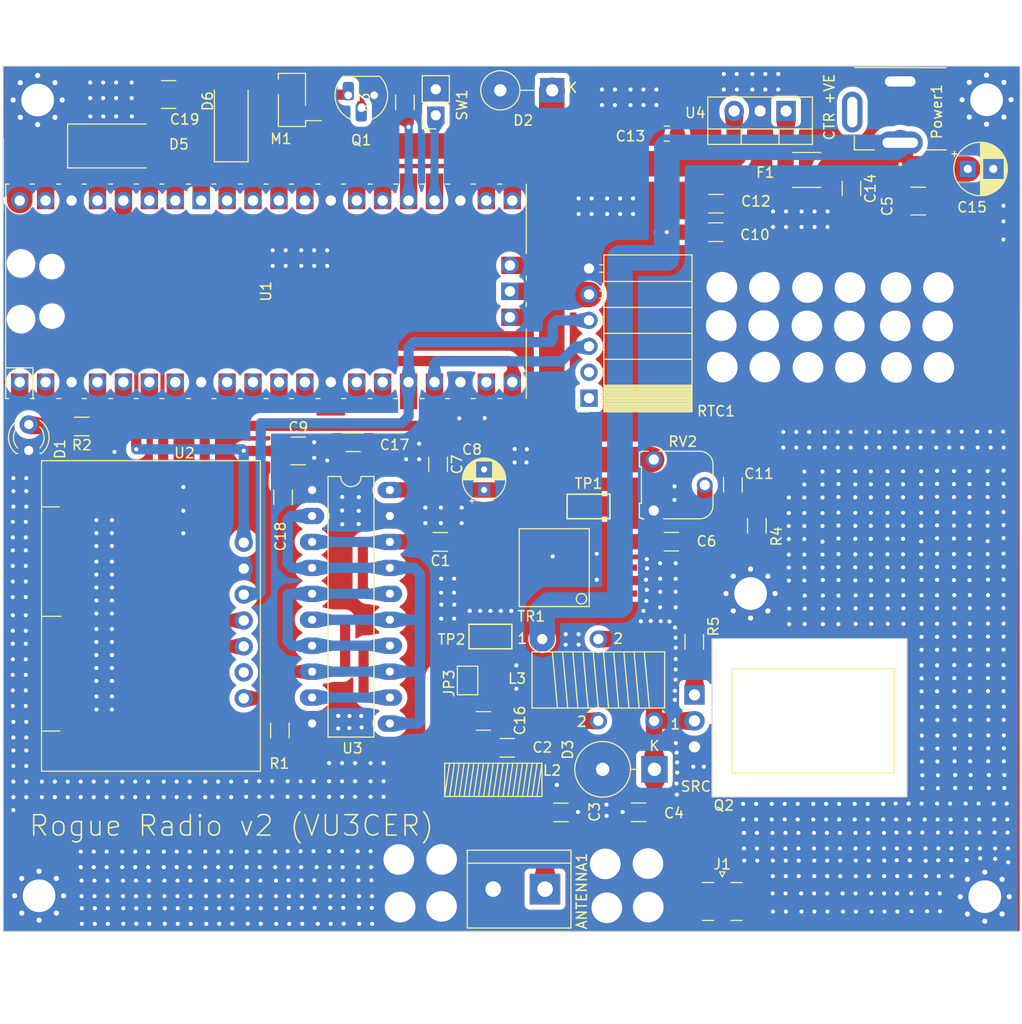
<source format=kicad_pcb>
(kicad_pcb (version 20221018) (generator pcbnew)
  (layers (0 "F.Cu" signal) (31 "B.Cu" signal) (34 "B.Paste" user) (35 "F.Paste" user) (36 "B.SilkS" user "B.Silkscreen") (37 "F.SilkS" user "F.Silkscreen") (38 "B.Mask" user) (39 "F.Mask" user) (44 "Edge.Cuts" user))
  (net 0 "")
  (net 1 "+5V")
  (net 2 "Net-(ANTENNA1-Pin_1)")
  (net 3 "Net-(U3-O0a)")
  (net 4 "Net-(U2-SO)")
  (net 5 "Net-(D1-A)")
  (net 6 "Net-(U1-GPIO2)")
  (net 18 "Net-(C1-Pad1)")
  (net 19 "Net-(D5-K)")
  (net 22 "SCL")
  (net 23 "SDA")
  (net 25 "Net-(SW1-A)")
  (net 43 "+3.3V")
  (net 44 "Net-(C11-Pad1)")
  (net 45 "+VDC")
  (net 46 "/DRAIN")
  (net 47 "Net-(Q2-G)")
  (net 48 "Net-(C6-Pad1)")
  (net 50 "Net-(C16-Pad2)")
  (net 51 "Net-(JP3-B)")
  (net 52 "Net-(C6-Pad2)")
  (net 53 "Net-(U1-GPIO15)")
  (net 54 "Net-(U4-VI)")
  (net 55 "GND")
  (net 57 "Net-(D6-A)")
  (net 58 "FAN")
  (net 59 "Net-(Q1-B)")
  (footprint "Capacitor_THT:CP_Radial_D4.0mm_P2.00mm" (layer "F.Cu") (at 136.85 98.2226 90)
    (fp_text reference "C8")
    (fp_text value "100uF/16V" hide)
  )
  (footprint "Diode_THT:D_DO-201_P5.08mm_Vertical_KathodeUp" (layer "F.Cu") (at 153.54 125.58 180)
    (fp_text reference "D3")
    (fp_text value "75v 5W" hide)
  )
  (footprint "Connector_Coaxial:SMA_Samtec_SMA-J-P-X-ST-EM1_EdgeMount" (layer "F.Cu") (at 160.18 138.3775)
    (fp_text reference "J1")
    (fp_text value "Conn_Coaxial" hide)
  )
  (footprint "footprints:FT50-43 Transformer" (layer "F.Cu") (at 156.04 116.83 -90)
    (fp_text reference "L3")
    (fp_text value "L_Ferrite_Coupled" hide)
  )
  (footprint "Capacitor_SMD:C_1206_3216Metric_Pad1.33x1.80mm_HandSolder" (layer "F.Cu") (at 159.572 70.188)
    (fp_text reference "C12")
    (fp_text value "100nF" hide)
  )
  (footprint "Package_TO_SOT_THT:TO-92_HandSolder" (layer "F.Cu") (at 126.084 59.57 180)
    (fp_text reference "Q1")
    (fp_text value "PN2222A" hide)
  )
  (footprint "Capacitor_SMD:C_1206_3216Metric_Pad1.33x1.80mm_HandSolder" (layer "F.Cu") (at 117.154 98.9285 -90)
    (fp_text reference "C18")
    (fp_text value "100n" hide)
  )
  (footprint "footprints:XKB_DC-005-5A-2.0_Modded" (layer "F.Cu") (at 177.62 58.22 -90)
    (fp_text reference "Power1")
    (fp_text value "DC-005 (Barrel Jack)" hide)
  )
  (footprint "Resistor_SMD:R_1206_3216Metric_Pad1.30x1.75mm_HandSolder" (layer "F.Cu") (at 163.57 101.73 -90)
    (fp_text reference "R4")
    (fp_text value "10k" hide)
  )
  (footprint "Potentiometer_THT:Potentiometer_Runtron_RM-065_Vertical" (layer "F.Cu") (at 153.47 100.24 90)
    (fp_text reference "RV2")
    (fp_text value "5k" hide)
  )
  (footprint "MountingHole:MountingHole_3.2mm_M3_Pad_Via" (layer "F.Cu") (at 162.954944 108.368944)
    (fp_text reference "H5" hide)
    (fp_text value "MountingHole_Pad" hide)
  )
  (footprint "Capacitor_SMD:C_1206_3216Metric_Pad1.33x1.80mm_HandSolder" (layer "F.Cu") (at 159.5335 72.982)
    (fp_text reference "C10")
    (fp_text value "10nF" hide)
  )
  (footprint "Capacitor_SMD:C_1206_3216Metric_Pad1.33x1.80mm_HandSolder" (layer "F.Cu") (at 155.2 103.29 180)
    (fp_text reference "C6")
    (fp_text value "100nF" hide)
  )
  (footprint "LED_THT:LED_D3.0mm" (layer "F.Cu") (at 92.24 94.355 90)
    (fp_text reference "D1")
    (fp_text value "LED" hide)
  )
  (footprint "Capacitor_SMD:C_1206_3216Metric_Pad1.33x1.80mm_HandSolder" (layer "F.Cu") (at 124.012 93.556)
    (fp_text reference "C17")
    (fp_text value "100n" hide)
  )
  (footprint "Fuse:Fuse_1812_4532Metric_Pad1.30x3.40mm_HandSolder" (layer "F.Cu") (at 168.462 66.886)
    (fp_text reference "F1")
    (fp_text value "600mA" hide)
  )
  (footprint "footprints:SI5351 Module" (layer "F.Cu") (at 108.3226 95.35995 -90)
    (fp_text reference "U2")
    (fp_text value "SI5351-Module-VFO (With TCXO)" hide)
  )
  (footprint "Diode_SMD:D_SMA-SMB_Universal_Handsoldering" (layer "F.Cu") (at 101.01 64.54)
    (fp_text reference "D5")
    (fp_text value "1N5818" hide)
  )
  (footprint "MountingHole:MountingHole_3.2mm_M3_Pad_Via" (layer "F.Cu") (at 185.9 138.05)
    (fp_text reference "H4" hide)
    (fp_text value "MountingHole_Pad" hide)
  )
  (footprint "Capacitor_SMD:C_1206_3216Metric_Pad1.33x1.80mm_HandSolder" (layer "F.Cu") (at 161.22 97.71 90)
    (fp_text reference "C11")
    (fp_text value "100nF" hide)
  )
  (footprint "Capacitor_SMD:C_1210_3225Metric_Pad1.33x2.70mm_HandSolder" (layer "F.Cu") (at 105.94 59.5 180)
    (fp_text reference "C19")
    (fp_text value "100u" hide)
  )
  (footprint "Capacitor_SMD:C_1206_3216Metric_Pad1.33x1.80mm_HandSolder" (layer "F.Cu") (at 144.38 129.8)
    (fp_text reference "C3")
    (fp_text value "220p" hide)
  )
  (footprint "TestPoint:TestPoint_Keystone_5019_Minature" (layer "F.Cu") (at 147.08 99.84)
    (fp_text reference "TP1")
    (fp_text value "TestPoint" hide)
  )
  (footprint "footprints:KK81" (layer "F.Cu") (at 143.72 105.83 90)
    (fp_text reference "TR1")
    (fp_text value "T2-613-1+" hide)
  )
  (footprint "Capacitor_SMD:C_1210_3225Metric_Pad1.33x2.70mm_HandSolder" (layer "F.Cu") (at 179.384 69.934)
    (fp_text reference "C5")
    (fp_text value "10uF 50v" hide)
  )
  (footprint "Resistor_SMD:R_1206_3216Metric_Pad1.30x1.75mm_HandSolder" (layer "F.Cu") (at 157.44 113.088 90)
    (fp_text reference "R5")
    (fp_text value "10" hide)
  )
  (footprint "TestPoint:TestPoint_Keystone_5019_Minature" (layer "F.Cu") (at 137.47 112.58)
    (fp_text reference "TP2")
    (fp_text value "TestPoint" hide)
  )
  (footprint "Capacitor_SMD:C_1206_3216Metric_Pad1.33x1.80mm_HandSolder" (layer "F.Cu") (at 132.34 95.72 -90)
    (fp_text reference "C7")
    (fp_text value "100nF" hide)
  )
  (footprint "Diode_SMD:D_SMA_Handsoldering" (layer "F.Cu") (at 112.074 61.58 90)
    (fp_text reference "D6")
    (fp_text value "M7 (1N4007)" hide)
  )
  (footprint "Connector_PinSocket_2.54mm:PinSocket_1x02_P2.54mm_Vertical" (layer "F.Cu") (at 132.115 61.532 180)
    (fp_text reference "SW1")
    (fp_text value "SW_SPST" hide)
  )
  (footprint "MountingHole:MountingHole_3.2mm_M3_Pad_Via" (layer "F.Cu") (at 186.08 60.01)
    (fp_text reference "H2" hide)
    (fp_text value "MountingHole_Pad" hide)
  )
  (footprint "Connector_PinSocket_2.54mm:PinSocket_1x06_P2.54mm_Horizontal" (layer "F.Cu") (at 147.126 89.238 180)
    (fp_text reference "RTC1")
    (fp_text value "RTC_DS3231_Inverted" hide)
  )
  (footprint "MountingHole:MountingHole_3.2mm_M3_Pad_Via" (layer "F.Cu") (at 93.11 60.04)
    (fp_text reference "H1" hide)
    (fp_text value "MountingHole_Pad" hide)
  )
  (footprint "Capacitor_THT:CP_Radial_D5.0mm_P2.50mm" (layer "F.Cu") (at 184.24 66.79)
    (fp_text reference "C15")
    (fp_text value "100uF 100v" hide)
  )
  (footprint "footprints:RPi_Pico_SMD_TH" (layer "F.Cu") (at 115.481 78.774 90)
    (fp_text reference "U1")
    (fp_text value "Pico" hide)
  )
  (footprint "Capacitor_SMD:C_1206_3216Metric_Pad1.33x1.80mm_HandSolder" (layer "F.Cu") (at 151.9875 129.79 180)
    (fp_text reference "C4")
    (fp_text value "100pF" hide)
  )
  (footprint "Package_TO_SOT_THT:TO-220-3_Vertical" (layer "F.Cu") (at 166.43 61.115 180)
    (fp_text reference "U4")
    (fp_text value "LM7805_TO220" hide)
  )
  (footprint "TerminalBlock:TerminalBlock_bornier-2_P5.08mm" (layer "F.Cu") (at 142.82 137.31 180)
    (fp_text reference "ANTENNA1")
    (fp_text value "Screw_Terminal_01x02" hide)
  )
  (footprint "Connector_PinHeader_2.54mm:PinHeader_1x02_P2.54mm_Vertical_SMD_Pin1Left" (layer "F.Cu") (at 118.024 60.03 180)
    (fp_text reference "M1")
    (fp_text value "Fan" hide)
  )
  (footprint "Capacitor_SMD:C_0805_2012Metric_Pad1.18x1.45mm_HandSolder" (layer "F.Cu") (at 154.746 63.33 180)
    (fp_text reference "C13")
    (fp_text value "22uF 10v" hide)
  )
  (footprint "Jumper:SolderJumper-2_P1.3mm_Open_TrianglePad1.0x1.5mm" (layer "F.Cu") (at 135.23 116.875 -90)
    (fp_text reference "JP3")
    (fp_text value "Jumper_2_Open" hide)
  )
  (footprint "Capacitor_SMD:C_1210_3225Metric_Pad1.33x2.70mm_HandSolder" (layer "F.Cu") (at 118.6395 94.4)
    (fp_text reference "C9")
    (fp_text value "100u" hide)
  )
  (footprint "Package_DIP:DIP-20_W7.62mm_LongPads" (layer "F.Cu") (at 119.998 98.232)
    (fp_text reference "U3")
    (fp_text value "74ACT244" hide)
  )
  (footprint "Capacitor_SMD:C_1206_3216Metric_Pad1.33x1.80mm_HandSolder" (layer "F.Cu") (at 136.7825 120.84)
    (fp_text reference "C16")
    (fp_text value "100nF 100v" hide)
  )
  (footprint "Diode_THT:D_DO-15_P5.08mm_Vertical_KathodeUp" (layer "F.Cu") (at 143.52 59.09 180)
    (fp_text reference "D2")
    (fp_text value "5.6V 5W" hide)
  )
  (footprint "MountingHole:MountingHole_3.2mm_M3_Pad_Via" (layer "F.Cu") (at 93.25 137.96 90)
    (fp_text reference "H3" hide)
    (fp_text value "MountingHole_Pad" hide)
  )
  (footprint "footprints:T37-2" (layer "F.Cu") (at 137.75 126.61 -90)
    (fp_text reference "L2")
    (fp_text value "260nH (T50-6, 8 turns)" hide)
  )
  (footprint "Capacitor_SMD:C_1206_3216Metric_Pad1.33x1.80mm_HandSolder" (layer "F.Cu") (at 172.84 68.7025 -90)
    (fp_text reference "C14")
    (fp_text value "100nF" hide)
  )
  (footprint "Capacitor_SMD:C_1206_3216Metric_Pad1.33x1.80mm_HandSolder" (layer "F.Cu") (at 132.57 103.31 180)
    (fp_text reference "C1")
    (fp_text value "100nF" hide)
  )
  (footprint "Resistor_SMD:R_1206_3216Metric_Pad1.30x1.75mm_HandSolder" (layer "F.Cu") (at 116.84 121.777 -90)
    (fp_text reference "R1")
    (fp_text value "2.2k" hide)
  )
  (footprint "Resistor_SMD:R_1206_3216Metric_Pad1.30x1.75mm_HandSolder" (layer "F.Cu") (at 129.092 60.282 90)
    (fp_text reference "R3")
    (fp_text value "1k" hide)
  )
  (footprint "Capacitor_SMD:C_1206_3216Metric_Pad1.33x1.80mm_HandSolder" (layer "F.Cu") (at 139.11 123.47)
    (fp_text reference "C2")
    (fp_text value "220p" hide)
  )
  (footprint "Resistor_SMD:R_1206_3216Metric_Pad1.30x1.75mm_HandSolder" (layer "F.Cu") (at 97.44 92.01 180)
    (fp_text reference "R2")
    (fp_text value "470" hide)
  )
  (footprint "footprints:TO-220-3_Horizontal_TabDown" (layer "F.Cu") (at 157.46 118.294 -90)
    (fp_text reference "Q2")
    (fp_text value "IRF510" hide)
  )
  (gr_rect (start 89.728 56.712) (end 189.36 141.452) (stroke (width 0.1)) (fill none) (layer "Edge.Cuts"))
  (gr_rect (start 159.18 112.78) (end 178.28 128.28) (stroke (width 0.1)) (fill none) (layer "Edge.Cuts"))
  (gr_text "2" (at 145.856 121.496) (layer "F.SilkS") (effects (font (size 1 1)) (justify left bottom)))
  (gr_text "2" (at 149.412 113.368) (layer "F.SilkS") (effects (font (size 1 1)) (justify left bottom)))
  (gr_text "CTR +VE" (at 171.256 64.092 90) (layer "F.SilkS") (effects (font (size 1 1)) (justify left bottom)))
  (gr_text "1" (at 155 121.75) (layer "F.SilkS") (effects (font (size 1 1)) (justify left bottom)))
  (gr_text "Rogue Radio v2 (VU3CER)" (at 92.15 132.27) (layer "F.SilkS") (effects (font (size 2 2)) (justify left bottom)))
  (gr_text "SRC" (at 156.016 127.846) (layer "F.SilkS") (effects (font (size 1 1)) (justify left bottom)))
  (gr_text "1" (at 140.014 113.368) (layer "F.SilkS") (effects (font (size 1 1)) (justify left bottom)))
  (segment (start 143.481 79.078) (end 147.126 79.078) (width 2.5) (layer "F.Cu") (net 1))
  (segment (start 143.481 65.371) (end 142.65 64.54) (width 2.5) (layer "F.Cu") (net 1))
  (segment (start 143.481 95.09) (end 143.641 95.25) (width 2.5) (layer "F.Cu") (net 1))
  (segment (start 103.51 64.54) (end 107.41 64.54) (width 2.5) (layer "F.Cu") (net 1))
  (segment (start 107.5025 64.4475) (end 107.41 64.54) (width 1) (layer "F.Cu") (net 1))
  (segment (start 157.971 70.1495) (end 158.0095 70.188) (width 1.5) (layer "F.Cu") (net 1))
  (segment (start 132.34 98.22) (end 127.63 98.22) (width 1.5) (layer "F.Cu") (net 1))
  (segment (start 140.0074 98.2226) (end 140.05 98.18) (width 1.5) (layer "F.Cu") (net 1))
  (segment (start 107.5025 59.5) (end 107.5025 64.4475) (width 1) (layer "F.Cu") (net 1))
  (segment (start 143.641 95.25) (end 153.26 95.25) (width 2.5) (layer "F.Cu") (net 1))
  (segment (start 143.481 98.149) (end 143.45 98.18) (width 2.5) (layer "F.Cu") (net 1))
  (segment (start 143.481 59.129) (end 143.52 59.09) (width 2.5) (layer "F.Cu") (net 1))
  (segment (start 143.481 67.09) (end 143.481 65.371) (width 2.5) (layer "F.Cu") (net 1))
  (segment (start 144.291 66.28) (end 156.016 66.28) (width 2.5) (layer "F.Cu") (net 1))
  (segment (start 155.7835 66.0475) (end 156.016 66.28) (width 1.5) (layer "F.Cu") (net 1))
  (segment (start 157.971 66.711) (end 157.971 70.1495) (width 1.5) (layer "F.Cu") (net 1))
  (segment (start 157.54 66.28) (end 157.971 66.711) (width 1.5) (layer "F.Cu") (net 1))
  (segment (start 161.35 65.362) (end 161.35 62.568) (width 1.5) (layer "F.Cu") (net 1))
  (segment (start 157.3075 66.0475) (end 157.54 66.28) (width 1.5) (layer "F.Cu") (net 1))
  (segment (start 143.481 79.078) (end 143.481 95.09) (width 2.5) (layer "F.Cu") (net 1))
  (segment (start 157.54 66.28) (end 160.432 66.28) (width 2.5) (layer "F.Cu") (net 1))
  (segment (start 155.7835 63.33) (end 155.7835 66.0475) (width 1.5) (layer "F.Cu") (net 1))
  (segment (start 143.481 95.09) (end 143.481 98.149) (width 2.5) (layer "F.Cu") (net 1))
  (segment (start 107.41 64.54) (end 142.65 64.54) (width 2.5) (layer "F.Cu") (net 1))
  (segment (start 136.85 98.2226) (end 132.3426 98.2226) (width 1.5) (layer "F.Cu") (net 1))
  (segment (start 160.432 66.28) (end 161.35 65.362) (width 2.5) (layer "F.Cu") (net 1))
  (segment (start 143.481 79.078) (end 143.481 67.09) (width 2.5) (layer "F.Cu") (net 1))
  (segment (start 143.45 98.18) (end 140.05 98.18) (width 2.5) (layer "F.Cu") (net 1))
  (segment (start 119.679 61.3) (end 119.679 64.175) (width 0.75) (layer "F.Cu") (net 1))
  (segment (start 156.016 66.28) (end 157.54 66.28) (width 2.5) (layer "F.Cu") (net 1))
  (segment (start 143.481 67.09) (end 143.481 59.129) (width 2.5) (layer "F.Cu") (net 1))
  (segment (start 161.35 62.568) (end 161.35 61.115) (width 1.5) (layer "F.Cu") (net 1))
  (segment (start 136.85 98.2226) (end 140.0074 98.2226) (width 1.5) (layer "F.Cu") (net 1))
  (segment (start 132.84 116) (end 135.23 116) (width 1.5) (layer "F.Cu") (net 2))
  (segment (start 140.29 129.785) (end 132.785 129.785) (width 1.5) (layer "F.Cu") (net 2))
  (segment (start 159.76 131.92) (end 160.18 132.34) (width 1.5) (layer "F.Cu") (net 2))
  (segment (start 142.82 137.31) (end 142.82 132.18) (width 1.5) (layer "F.Cu") (net 2))
  (segment (start 142.82 132.18) (end 143.08 131.92) (width 1.5) (layer "F.Cu") (net 2))
  (segment (start 132.35 129.35) (end 132.35 116.49) (width 1.5) (layer "F.Cu") (net 2))
  (segment (start 142.82 132.18) (end 142.82 129.8025) (width 1.5) (layer "F.Cu") (net 2))
  (segment (start 142.82 129.8025) (end 142.8175 129.8) (width 1.5) (layer "F.Cu") (net 2))
  (segment (start 160.18 132.34) (end 160.18 138.5775) (width 1.5) (layer "F.Cu") (net 2))
  (segment (start 132.785 129.785) (end 132.35 129.35) (width 1.5) (layer "F.Cu") (net 2))
  (segment (start 132.35 116.49) (end 132.84 116) (width 1.5) (layer "F.Cu") (net 2))
  (segment (start 142.8025 129.785) (end 142.8175 129.8) (width 1.5) (layer "F.Cu") (net 2))
  (segment (start 143.08 131.92) (end 159.76 131.92) (width 1.5) (layer "F.Cu") (net 2))
  (segment (start 140.29 129.785) (end 142.8025 129.785) (width 1.5) (layer "F.Cu") (net 2))
  (segment (start 125.04 113.58) (end 125.04 118.3) (width 1) (layer "F.Cu") (net 3))
  (segment (start 127.618 113.472) (end 125.148 113.472) (width 1) (layer "F.Cu") (net 3))
  (segment (start 125.41 108.392) (end 124.968 107.95) (width 1) (layer "F.Cu") (net 3))
  (segment (start 124.968 103.378) (end 125.034 103.312) (width 1) (layer "F.Cu") (net 3))
  (segment (start 125.292 118.552) (end 127.618 118.552) (width 1) (layer "F.Cu") (net 3))
  (segment (start 125.034 103.312) (end 127.618 103.312) (width 1) (layer "F.Cu") (net 3))
  (segment (start 125.148 113.472) (end 125.04 113.58) (width 1) (layer "F.Cu") (net 3))
  (segment (start 125.04 118.3) (end 125.292 118.552) (width 1) (layer "F.Cu") (net 3))
  (segment (start 127.618 108.392) (end 125.41 108.392) (width 1) (layer "F.Cu") (net 3))
  (segment (start 131.0075 103.31) (end 127.62 103.31) (width 1.5) (layer "F.Cu") (net 3))
  (segment (start 124.968 107.95) (end 124.968 103.378) (width 1) (layer "F.Cu") (net 3))
  (segment (start 117.668 108.392) (end 119.998 108.392) (width 1) (layer "B.Cu") (net 3))
  (segment (start 119.998 118.552) (end 127.618 118.552) (width 1) (layer "B.Cu") (net 3))
  (segment (start 119.998 113.472) (end 118.044 113.472) (width 1) (layer "B.Cu") (net 3))
  (segment (start 117.602 108.458) (end 117.668 108.392) (width 1) (layer "B.Cu") (net 3))
  (segment (start 119.998 103.312) (end 127.618 103.312) (width 1) (layer "B.Cu") (net 3))
  (segment (start 118.044 113.472) (end 117.602 113.03) (width 1) (layer "B.Cu") (net 3))
  (segment (start 119.998 113.472) (end 127.618 113.472) (width 1) (layer "B.Cu") (net 3))
  (segment (start 119.998 108.392) (end 127.618 108.392) (width 1) (layer "B.Cu") (net 3))
  (segment (start 117.602 113.03) (end 117.602 108.458) (width 1) (layer "B.Cu") (net 3))
  (segment (start 113.301 118.62635) (end 116.34035 118.62635) (width 1) (layer "F.Cu") (net 4))
  (segment (start 123.182 110.932) (end 123.23 110.98) (width 1) (layer "F.Cu") (net 4))
  (segment (start 123.23 110.98) (end 123.23 115.77) (width 1) (layer "F.Cu") (net 4))
  (segment (start 119.998 110.932) (end 123.182 110.932) (width 1) (layer "F.Cu") (net 4))
  (segment (start 123.23 115.77) (end 122.988 116.012) (width 1) (layer "F.Cu") (net 4))
  (segment (start 116.906 116.012) (end 119.998 116.012) (width 1) (layer "F.Cu") (net 4))
  (segment (start 116.906 116.012) (end 116.906 120.161) (width 1) (layer "F.Cu") (net 4))
  (segment (start 122.988 116.012) (end 119.998 116.012) (width 1) (layer "F.Cu") (net 4))
  (segment (start 127.618 105.852) (end 129.982 105.852) (width 1) (layer "B.Cu") (net 4))
  (segment (start 130.556 115.062) (end 130.556 111.506) (width 1) (layer "B.Cu") (net 4))
  (segment (start 127.618 121.092) (end 130.368 121.092) (width 1) (layer "B.Cu") (net 4))
  (segment (start 130.49 110.932) (end 127.618 110.932) (width 1) (layer "B.Cu") (net 4))
  (segment (start 130.368 121.092) (end 130.556 120.904) (width 1) (layer "B.Cu") (net 4))
  (segment (start 127.618 116.012) (end 130.368 116.012) (width 1) (layer "B.Cu") (net 4))
  (segment (start 117.602 105.41) (end 117.602 101.092) (width 1) (layer "B.Cu") (net 4))
  (segment (start 118.044 105.852) (end 117.602 105.41) (width 1) (layer "B.Cu") (net 4))
  (segment (start 130.556 115.824) (end 130.556 115.062) (width 1) (layer "B.Cu") (net 4))
  (segment (start 119.998 105.852) (end 118.044 105.852) (width 1) (layer "B.Cu") (net 4))
  (segment (start 130.556 110.998) (end 130.49 110.932) (width 1) (layer "B.Cu") (net 4))
  (segment (start 129.982 105.852) (end 130.556 106.426) (width 1) (layer "B.Cu") (net 4))
  (segment (start 130.556 120.904) (end 130.556 115.062) (width 1) (layer "B.Cu") (net 4))
  (segment (start 130.556 111.506) (end 130.556 110.998) (width 1) (layer "B.Cu") (net 4))
  (segment (start 130.368 116.012) (end 130.556 115.824) (width 1) (layer "B.Cu") (net 4))
  (segment (start 117.602 101.092) (end 117.922 100.772) (width 1) (layer "B.Cu") (net 4))
  (segment (start 117.922 100.772) (end 119.998 100.772) (width 1) (layer "B.Cu") (net 4))
  (segment (start 119.998 110.932) (end 127.618 110.932) (width 1) (layer "B.Cu") (net 4))
  (segment (start 130.556 106.426) (end 130.556 111.506) (width 1) (layer "B.Cu") (net 4))
  (segment (start 119.998 116.012) (end 127.618 116.012) (width 1) (layer "B.Cu") (net 4))
  (segment (start 127.618 105.852) (end 119.998 105.852) (width 1) (layer "B.Cu") (net 4))
  (segment (start 92.435 92.01) (end 92.24 91.815) (width 1.5) (layer "F.Cu") (net 5))
  (segment (start 95.89 92.01) (end 92.435 92.01) (width 1.5) (layer "F.Cu") (net 5))
  (segment (start 98.99 92.01) (end 98.99 87.683) (width 1.5) (layer "F.Cu") (net 6))
  (segment (start 136.481 102.25) (end 136.481 105.83) (width 1.5) (layer "F.Cu") (net 18))
  (segment (start 136.481 102.25) (end 136.481 100.649) (width 1.5) (layer "F.Cu") (net 18))
  (segment (start 134.1325 103.31) (end 136.461 103.31) (width 1.5) (layer "F.Cu") (net 18))
  (segment (start 136.59 100.54) (end 146.38 100.54) (width 1.5) (layer "F.Cu") (net 18))
  (segment (start 136.461 103.31) (end 136.481 103.29) (width 1.5) (layer "F.Cu") (net 18))
  (segment (start 136.481 100.649) (end 136.59 100.54) (width 1.5) (layer "F.Cu") (net 18))
  (segment (start 136.481 103.29) (end 136.481 102.25) (width 1.5) (layer "F.Cu") (net 18))
  (segment (start 146.38 100.54) (end 147.08 99.84) (width 1.5) (layer "F.Cu") (net 18))
  (segment (start 91.351 69.884) (end 91.351 64.799) (width 2.5) (layer "F.Cu") (net 19))
  (segment (start 98.36 64.69) (end 91.51 64.69) (width 2.5) (layer "F.Cu") (net 19))
  (segment (start 131.991 91.529) (end 131.572 91.948) (width 1) (layer "F.Cu") (net 22))
  (segment (start 109.73635 111.00635) (end 113.301 111.00635) (width 1) (layer "F.Cu") (net 22))
  (segment (start 131.991 87.664) (end 131.991 91.529) (width 1) (layer "F.Cu") (net 22))
  (segment (start 131.572 91.948) (end 109.474 91.948) (width 1) (layer "F.Cu") (net 22))
  (segment (start 109.474 91.948) (end 109.474 110.744) (width 1) (layer "F.Cu") (net 22))
  (segment (start 109.474 110.744) (end 109.73635 111.00635) (width 1) (layer "F.Cu") (net 22))
  (segment (start 144.39 85.63) (end 145.862 84.158) (width 1) (layer "B.Cu") (net 22))
  (segment (start 145.862 84.158) (end 147.126 84.158) (width 1) (layer "B.Cu") (net 22))
  (segment (start 131.991 85.819) (end 132.18 85.63) (width 1) (layer "B.Cu") (net 22))
  (segment (start 132.18 85.63) (end 144.39 85.63) (width 1) (layer "B.Cu") (net 22))
  (segment (start 131.991 87.664) (end 131.991 85.819) (width 1) (layer "B.Cu") (net 22))
  (segment (start 143.33 83.74) (end 143.58 83.49) (width 1) (layer "B.Cu") (net 23))
  (segment (start 143.58 83.49) (end 143.58 81.99) (width 1) (layer "B.Cu") (net 23))
  (segment (start 129.97 83.74) (end 143.33 83.74) (width 1) (layer "B.Cu") (net 23))
  (segment (start 129.451 87.664) (end 129.451 84.259) (width 1) (layer "B.Cu") (net 23))
  (segment (start 129.451 87.664) (end 129.451 91.021) (width 1) (layer "B.Cu") (net 23))
  (segment (start 114.96 108.21) (end 114.70365 108.46635) (width 1) (layer "B.Cu") (net 23))
  (segment (start 129.451 84.259) (end 129.97 83.74) (width 1) (layer "B.Cu") (net 23))
  (segment (start 143.952 81.618) (end 147.126 81.618) (width 1) (layer "B.Cu") (net 23))
  (segment (start 114.96 91.694) (end 114.96 108.21) (width 1) (layer "B.Cu") (net 23))
  (segment (start 129.451 91.021) (end 128.778 91.694) (width 1) (layer "B.Cu") (net 23))
  (segment (start 114.70365 108.46635) (end 113.301 108.46635) (width 1) (layer "B.Cu") (net 23))
  (segment (start 143.58 81.99) (end 143.952 81.618) (width 1) (layer "B.Cu") (net 23))
  (segment (start 128.778 91.694) (end 114.96 91.694) (width 1) (layer "B.Cu") (net 23))
  (segment (start 131.991 61.72) (end 131.991 69.884) (width 0.8) (layer "B.Cu") (net 25))
  (segment (start 122.4495 96.1345) (end 122.234 96.35) (width 0.4) (layer "F.Cu") (net 43))
  (segment (start 117.154 97.366) (end 117.154 96.35) (width 1.5) (layer "F.Cu") (net 43))
  (segment (start 117.19 94.4) (end 113.312 94.4) (width 1) (layer "F.Cu") (net 43))
  (segment (start 122.234 96.35) (end 117.154 96.35) (width 0.4) (layer "F.Cu") (net 43))
  (segment (start 102.78 86.09) (end 102.68 85.99) (width 0.25) (layer "F.Cu") (net 43))
  (segment (start 117.154 94.477) (end 117.077 94.4) (width 1.5) (layer "F.Cu") (net 43))
  (segment (start 122.4495 93.556) (end 122.4495 96.1345) (width 0.4) (layer "F.Cu") (net 43))
  (segment (start 101.511 69.884) (end 101.511 84.821) (width 1) (layer "F.Cu") (net 43))
  (segment (start 102.77135 90.98865) (end 102.77135 94.24) (width 1) (layer "F.Cu") (net 43))
  (segment (start 102.78 91.02135) (end 102.78 86.09) (width 0.4) (layer "F.Cu") (net 43))
  (segment (start 113.312 94.4) (end 113.301 94.389) (width 1) (layer "F.Cu") (net 43))
  (segment (start 101.511 84.821) (end 102.68 85.99) (width 1) (layer "F.Cu") (net 43))
  (segment (start 117.154 96.35) (end 117.154 94.477) (width 1.5) (layer "F.Cu") (net 43))
  (via (at 102.77135 94.24) (size 0.8) (drill 0.4) (layers "F.Cu" "B.Cu") (net 43))
  (via (at 113.301 94.389) (size 0.8) (drill 0.4) (layers "F.Cu" "B.Cu") (net 43))
  (segment (start 113.152 94.24) (end 113.301 94.389) (width 1) (layer "B.Cu") (net 43))
  (segment (start 113.301 94.389) (end 113.301 103.38635) (width 1) (layer "B.Cu") (net 43))
  (segment (start 102.77135 94.24) (end 113.152 94.24) (width 1) (layer "B.Cu") (net 43))
  (segment (start 163.62 99.45) (end 159 99.45) (width 1.5) (layer "F.Cu") (net 44))
  (segment (start 158.47 98.92) (end 158.47 97.74) (width 1.5) (layer "F.Cu") (net 44))
  (segment (start 159 99.45) (end 158.47 98.92) (width 1.5) (layer "F.Cu") (net 44))
  (segment (start 184.24 66.79) (end 182.42 66.79) (width 2.5) (layer "F.Cu") (net 45))
  (segment (start 180.78 66.79) (end 179.384 66.79) (width 2.5) (layer "F.Cu") (net 45))
  (segment (start 157.971 72.982) (end 154.746 72.982) (width 1.5) (layer "F.Cu") (net 45))
  (segment (start 180.78 66.79) (end 170.783 66.79) (width 2.5) (layer "F.Cu") (net 45))
  (segment (start 170.783 66.79) (end 170.687 66.886) (width 2.5) (layer "F.Cu") (net 45))
  (segment (start 182.42 66.79) (end 180.78 66.79) (width 2.5) (layer "F.Cu") (net 45))
  (segment (start 177.8215 69.934) (end 177.8215 66.8885) (width 1.5) (layer "F.Cu") (net 45))
  (segment (start 177.92 66.79) (end 177.62 66.49) (width 2.5) (layer "F.Cu") (net 45))
  (segment (start 179.384 66.79) (end 177.92 66.79) (width 2.5) (layer "F.Cu") (net 45))
  (segment (start 177.8215 66.8885) (end 177.92 66.79) (width 1.5) (layer "F.Cu") (net 45))
  (segment (start 177.62 66.49) (end 177.62 64.22) (width 2.5) (layer "F.Cu") (net 45))
  (via (at 154.746 72.982) (size 0.8) (drill 0.4) (layers "F.Cu" "B.Cu") (net 45))
  (segment (start 154.746 73.236) (end 154.752 73.23) (width 2.5) (layer "B.Cu") (net 45))
  (segment (start 143.19 109.49) (end 150.16 109.49) (width 2.5) (layer "B.Cu") (net 45))
  (segment (start 142.54 112.83) (end 142.54 110.14) (width 2.5) (layer "B.Cu") (net 45))
  (segment (start 154.752 73.242) (end 154.746 73.236) (width 2.5) (layer "B.Cu") (net 45))
  (segment (start 177.17 64.67) (end 177.62 64.22) (width 2.5) (layer "B.Cu") (net 45))
  (segment (start 142.54 110.14) (end 143.19 109.49) (width 2.5) (layer "B.Cu") (net 45))
  (segment (start 154.752 75.5) (end 154.752 73.242) (width 2.5) (layer "B.Cu") (net 45))
  (segment (start 154.752 64.678) (end 154.76 64.67) (width 2.5) (layer "B.Cu") (net 45))
  (segment (start 154.76 64.67) (end 177.17 64.67) (width 2.5) (layer "B.Cu") (net 45))
  (segment (start 150.16 75.5) (end 154.752 75.5) (width 2.5) (layer "B.Cu") (net 45))
  (segment (start 150.16 109.49) (end 150.16 75.5) (width 2.5) (layer "B.Cu") (net 45))
  (segment (start 154.752 73.23) (end 154.752 64.678) (width 2.5) (layer "B.Cu") (net 45))
  (segment (start 148.04 112.83) (end 153.43 112.83) (width 1.5) (layer "F.Cu") (net 46))
  (segment (start 153.5 112.9) (end 153.5 120.83) (width 1.5) (layer "F.Cu") (net 46))
  (segment (start 153.54 125.58) (end 153.54 129.78) (width 1) (layer "F.Cu") (net 46))
  (segment (start 153.5 120.83) (end 157.456 120.83) (width 1.5) (layer "F.Cu") (net 46))
  (segment (start 153.5 120.83) (end 153.5 125.54) (width 1.5) (layer "F.Cu") (net 46))
  (segment (start 153.5 112.9) (end 153.43 112.83) (width 1.5) (layer "F.Cu") (net 46))
  (segment (start 157.46 114.658) (end 157.44 114.638) (width 1.5) (layer "F.Cu") (net 47))
  (segment (start 157.46 118.294) (end 157.46 114.658) (width 1.5) (layer "F.Cu") (net 47))
  (segment (start 156.9725 103.44) (end 157.46 103.44) (width 1.5) (layer "F.Cu") (net 48))
  (segment (start 157.46 110.83) (end 157.44 110.85) (width 1.5) (layer "F.Cu") (net 48))
  (segment (start 156.7925 103.26) (end 156.9725 103.44) (width 1.5) (layer "F.Cu") (net 48))
  (segment (start 157.46 111.518) (end 157.44 111.538) (width 1.5) (layer "F.Cu") (net 48))
  (segment (start 157.46 110.066) (end 157.46 111.518) (width 1.5) (layer "F.Cu") (net 48))
  (segment (start 157.46 110.066) (end 157.46 110.83) (width 1.5) (layer "F.Cu") (net 48))
  (segment (start 156.7725 103.28) (end 156.7625 103.29) (width 1.5) (layer "F.Cu") (net 48))
  (segment (start 163.57 103.28) (end 156.7725 103.28) (width 1.5) (layer "F.Cu") (net 48))
  (segment (start 156.7925 103.26) (end 156.7625 103.29) (width 1.5) (layer "F.Cu") (net 48))
  (segment (start 157.46 103.44) (end 157.46 110.066) (width 1.5) (layer "F.Cu") (net 48))
  (segment (start 138.345 120.84) (end 148.03 120.84) (width 1.5) (layer "F.Cu") (net 50))
  (segment (start 135.22 120.84) (end 135.22 118.8) (width 1.5) (layer "F.Cu") (net 51))
  (segment (start 137.47 118.27) (end 137.47 112.58) (width 1.5) (layer "F.Cu") (net 51))
  (segment (start 135.22 118.1) (end 135.23 118.1) (width 1.5) (layer "F.Cu") (net 51))
  (segment (start 135.22 120.84) (end 135.22 123.425) (width 1.5) (layer "F.Cu") (net 51))
  (segment (start 136.94 118.8) (end 137.47 118.27) (width 1.5) (layer "F.Cu") (net 51))
  (segment (start 135.22 118.8) (end 135.22 118.1) (width 1.5) (layer "F.Cu") (net 51))
  (segment (start 135.21 123.435) (end 137.5125 123.435) (width 1.5) (layer "F.Cu") (net 51))
  (segment (start 137.5125 123.435) (end 137.5475 123.47) (width 1.5) (layer "F.Cu") (net 51))
  (segment (start 135.22 118.8) (end 136.94 118.8) (width 1.5) (layer "F.Cu") (net 51))
  (segment (start 150.959 103.29) (end 153.6375 103.29) (width 1.5) (layer "F.Cu") (net 52))
  (segment (start 105.41 113.284) (end 105.41 91.44) (width 1) (layer "F.Cu") (net 53))
  (segment (start 105.341 91.371) (end 105.41 91.44) (width 0.4) (layer "F.Cu") (net 53))
  (segment (start 139.611 87.664) (end 139.611 86.017) (width 1) (layer "F.Cu") (net 53))
  (segment (start 105.67235 113.54635) (end 105.41 113.284) (width 1) (layer "F.Cu") (net 53))
  (segment (start 113.301 113.54635) (end 105.67235 113.54635) (width 1) (layer "F.Cu") (net 53))
  (segment (start 105.341 85.921) (end 105.341 91.371) (width 0.4) (layer "F.Cu") (net 53))
  (segment (start 139.611 86.017) (end 139.192 85.598) (width 1) (layer "F.Cu") (net 53))
  (segment (start 139.192 85.598) (end 105.664 85.598) (width 1) (layer "F.Cu") (net 53))
  (segment (start 105.664 85.598) (end 105.341 85.921) (width 1) (layer "F.Cu") (net 53))
  (segment (start 166.43 61.115) (end 166.43 66.693) (width 1.5) (layer "F.Cu") (net 54))
  (segment (start 166.43 66.693) (end 166.237 66.886) (width 1.5) (layer "F.Cu") (net 54))
  (via (at 179.672 100.464) (size 0.8) (drill 0.4) (layers "F.Cu" "B.Cu") (net 55))
  (via (at 146.11 113.37) (size 0.8) (drill 0.4) (layers "F.Cu" "B.Cu") (net 55))
  (via (at 187.74 112.586) (size 0.8) (drill 0.4) (layers "F.Cu" "B.Cu") (net 55))
  (via (at 146.05 129.76) (size 0.8) (drill 0.4) (layers "F.Cu" "B.Cu") (net 55))
  (via (at 113.538 126.746) (size 0.8) (drill 0.4) (layers "F.Cu" "B.Cu") (net 55))
  (via (at 187.74 104.458) (size 0.8) (drill 0.4) (layers "F.Cu" "B.Cu") (net 55))
  (via (at 155.5 99.2) (size 0.8) (drill 0.4) (layers "F.Cu" "B.Cu") (net 55))
  (via (at 100.798 59.852) (size 0.8) (drill 0.4) (layers "F.Cu" "B.Cu") (net 55))
  (via (at 177.894 98.94) (size 0.8) (drill 0.4) (layers "F.Cu" "B.Cu") (net 55))
  (via (at 90.728 126.78) (size 0.8) (drill 0.4) (layers "F.Cu" "B.Cu") (net 55))
  (via (at 154.096 109.72) (size 0.8) (drill 0.4) (layers "F.Cu" "B.Cu") (net 55))
  (via (at 181.52 139.48) (size 0.8) (drill 0.4) (layers "F.Cu" "B.Cu") (net 55))
  (via (at 170.004 104.552) (size 0.8) (drill 0.4) (layers "F.Cu" "B.Cu") (net 55))
  (via (at 105.46 126.78) (size 0.8) (drill 0.4) (layers "F.Cu" "B.Cu") (net 55))
  (via (at 174.502 131.806) (size 0.8) (drill 0.4) (layers "F.Cu" "B.Cu") (net 55))
  (via (at 91.998 123.732) (size 0.8) (drill 0.4) (layers "F.Cu" "B.Cu") (net 55))
  (via (at 132.648 110.828) (size 0.8) (drill 0.4) (layers "F.Cu" "B.Cu") (net 55))
  (via (at 109.524 133.638) (size 0.8) (drill 0.4) (layers "F.Cu" "B.Cu") (net 55))
  (via (at 174.736 103.008) (size 0.8) (drill 0.4) (layers "F.Cu" "B.Cu") (net 55))
  (via (at 173.262 136.04) (size 0.8) (drill 0.4) (layers "F.Cu" "B.Cu") (net 55))
  (via (at 171.562 109.836) (size 0.8) (drill 0.4) (layers "F.Cu" "B.Cu") (net 55))
  (via (at 186.182 96.38) (size 0.8) (drill 0.4) (layers "F.Cu" "B.Cu") (net 55))
  (via (at 181.23 101.684) (size 0.8) (drill 0.4) (layers "F.Cu" "B.Cu") (net 55))
  (via (at 181.23 108.542) (size 0.8) (drill 0.4) (layers "F.Cu" "B.Cu") (net 55))
  (via (at 184.404 96.38) (size 0.8) (drill 0.4) (layers "F.Cu" "B.Cu") (net 55))
  (via (at 112.142 138) (size 0.8) (drill 0.4) (layers "F.Cu" "B.Cu") (net 55))
  (via (at 169.212 139.51) (size 0.8) (drill 0.4) (layers "F.Cu" "B.Cu") (net 55))
  (via (at 91.998 125.256) (size 0.8) (drill 0.4) (layers "F.Cu" "B.Cu") (net 55))
  (via (at 93.522 128.304) (size 0.8) (drill 0.4) (layers "F.Cu" "B.Cu") (net 55))
  (via (at 176.37 104.528) (size 0.8) (drill 0.4) (layers "F.Cu" "B.Cu") (net 55))
  (via (at 174.424 128.968) (size 0.8) (drill 0.4) (layers "F.Cu" "B.Cu") (net 55))
  (via (at 162.31 131.806) (size 0.8) (drill 0.4) (layers "F.Cu" "B.Cu") (net 55))
  (via (at 132.69 134.4) (size 3.2) (drill 3) (layers "F.Cu" "B.Cu") (net 55))
  (via (at 98.866 109.05) (size 0.8) (drill 0.4) (layers "F.Cu" "B.Cu") (net 55))
  (via (at 155.62 114.78) (size 0.8) (drill 0.4) (layers "F.Cu" "B.Cu") (net 55))
  (via (at 167.566 130.492) (size 0.8) (drill 0.4) (layers "F.Cu" "B.Cu") (net 55))
  (via (at 186.182 101.714) (size 0.8) (drill 0.4) (layers "F.Cu" "B.Cu") (net 55))
  (via (at 91.948 119.38) (size 0.8) (drill 0.4) (layers "F.Cu" "B.Cu") (net 55))
  (via (at 125.858 138) (size 0.8) (drill 0.4) (layers "F.Cu" "B.Cu") (net 55))
  (via (at 117.73 138) (size 0.8) (drill 0.4) (layers "F.Cu" "B.Cu") (net 55))
  (via (at 182.58 131.772) (size 0.8) (drill 0.4) (layers "F.Cu" "B.Cu") (net 55))
  (via (at 176.026 131.806) (size 0.8) (drill 0.4) (layers "F.Cu" "B.Cu") (net 55))
  (via (at 117.602 133.604) (size 0.8) (drill 0.4) (layers "F.Cu" "B.Cu") (net 55))
  (via (at 152.81 105.91) (size 0.8) (drill 0.4) (layers "F.Cu" "B.Cu") (net 55))
  (via (at 176.37 97.67) (size 0.8) (drill 0.4) (layers "F.Cu" "B.Cu") (net 55))
  (via (at 121.716 135.162) (size 0.8) (drill 0.4) (layers "F.Cu" "B.Cu") (net 55))
  (via (at 181.23 112.606) (size 0.8) (drill 0.4) (layers "F.Cu" "B.Cu") (net 55))
  (via (at 181.23 102.954) (size 0.8) (drill 0.4) (layers "F.Cu" "B.Cu") (net 55))
  (via (at 179.672 98.94) (size 0.8) (drill 0.4) (layers "F.Cu" "B.Cu") (net 55))
  (via (at 166.702 103.028) (size 0.8) (drill 0.4) (layers "F.Cu" "B.Cu") (net 55))
  (via (at 184.026 128.934) (size 0.8) (drill 0.4) (layers "F.Cu" "B.Cu") (net 55))
  (via (at 112.064 126.78) (size 0.8) (drill 0.4) (layers "F.Cu" "B.Cu") (net 55))
  (via (at 116.49 139.186) (size 0.8) (drill 0.4) (layers "F.Cu" "B.Cu") (net 55))
  (via (at 170.004 97.694) (size 0.8) (drill 0.4) (layers "F.Cu" "B.Cu") (net 55))
  (via (at 170.038 107.042) (size 0.8) (drill 0.4) (layers "F.Cu" "B.Cu") (net 55))
  (via (at 173.212 100.468) (size 0.8) (drill 0.4) (layers "F.Cu" "B.Cu") (net 55))
  (via (at 171.562 102.978) (size 0.8) (drill 0.4) (layers "F.Cu" "B.Cu") (net 55))
  (via (at 112.142 136.476) (size 0.8) (drill 0.4) (layers "F.Cu" "B.Cu") (net 55))
  (via (at 125.73 128.27) (size 0.8) (drill 0.4) (layers "F.Cu" "B.Cu") (net 55))
  (via (at 182.994 127.41) (size 0.8) (drill 0.4) (layers "F.Cu" "B.Cu") (net 55))
  (via (at 187.73 73.698) (size 0.8) (drill 0.4) (layers "F.Cu" "B.Cu") (net 55))
  (via (at 97.332 133.638) (size 0.8) (drill 0.4) (layers "F.Cu" "B.Cu") (net 55))
  (via (at 177.928 111.336) (size 0.8) (drill 0.4) (layers "F.Cu" "B.Cu") (net 55))
  (via (at 100.798 58.328) (size 0.8) (drill 0.4) (layers "F.Cu" "B.Cu") (net 55))
  (via (at 174.736 96.404) (size 0.8) (drill 0.4) (layers "F.Cu" "B.Cu") (net 55))
  (via (at 168.226 105.822) (size 0.8) (drill 0.4) (layers "F.Cu" "B.Cu") (net 55))
  (via (at 168.226 107.092) (size 0.8) (drill 0.4) (layers "F.Cu" "B.Cu") (net 55))
  (via (at 152.46 110.066) (size 0.8) (drill 0.4) (layers "F.Cu" "B.Cu") (net 55))
  (via (at 149.666 59.012) (size 0.8) (drill 0.4) (layers "F.Cu" "B.Cu") (net 55))
  (via (at 155.76 125.9) (size 0.8) (drill 0.4) (layers "F.Cu" "B.Cu") (net 55))
  (via (at 119 138) (size 0.8) (drill 0.4) (layers "F.Cu" "B.Cu") (net 55))
  (via (at 117.408 76.284) (size 0.8) (drill 0.4) (layers "F.Cu" "B.Cu") (net 55))
  (via (at 102.334 61.65) (size 0.8) (drill 0.4) (layers "F.Cu" "B.Cu") (net 55))
  (via (at 168.26 108.566) (size 0.8) (drill 0.4) (layers "F.Cu" "B.Cu") (net 55))
  (via (at 133.908 108.288) (size 0.8) (drill 0.4) (layers "F.Cu" "B.Cu") (net 55))
  (via (at 164.398 59.012) (size 0.8) (drill 0.4) (layers "F.Cu" "B.Cu") (net 55))
  (via (at 99.872 126.78) (size 0.8) (drill 0.4) (layers "F.Cu" "B.Cu") (net 55))
  (via (at 116.382 135.162) (size 0.8) (drill 0.4) (layers "F.Cu" "B.Cu") (net 55))
  (via (at 162.31 133.33) (size 0.8) (drill 0.4) (layers "F.Cu" "B.Cu") (net 55))
  (via (at 106.73 133.638) (size 0.8) (drill 0.4) (layers "F.Cu" "B.Cu") (net 55))
  (via (at 155.64 123.01) (size 0.8) (drill 0.4) (layers "F.Cu" "B.Cu") (net 55))
  (via (at 90.728 120.938) (size 0.8) (drill 0.4) (layers "F.Cu" "B.Cu") (net 55))
  (via (at 165.16 70.95) (size 0.8) (drill 0.4) (layers "F.Cu" "B.Cu") (net 55))
  (via (at 94.792 128.304) (size 0.8) (drill 0.4) (layers "F.Cu" "B.Cu") (net 55))
  (via (at 169.224 72.474) (size 0.8) (drill 0.4) (layers "F.Cu" "B.Cu") (net 55))
  (via (at 140.014 115.4) (size 0.8) (drill 0.4) (layers "F.Cu" "B.Cu") (net 55))
  (via (at 182.944 122.254) (size 0.8) (drill 0.4) (layers "F.Cu" "B.Cu") (net 55))
  (via (at 98.602 126.78) (size 0.8) (drill 0.4) (layers "F.Cu" "B.Cu") (net 55))
  (via (at 173.154 130.492) (size 0.8) (drill 0.4) (layers "F.Cu" "B.Cu") (net 55))
  (via (at 170.224 94.07) (size 0.8) (drill 0.4) (layers "F.Cu" "B.Cu") (net 55))
  (via (at 90.678 112.014) (size 0.8) (drill 0.4) (layers "F.Cu" "B.Cu") (net 55))
  (via (at 170.468 134.516) (size 0.8) (drill 0.4) (layers "F.Cu" "B.Cu") (net 55))
  (via (at 166.16 94.07) (size 0.8) (drill 0.4) (layers "F.Cu" "B.Cu") (net 55))
  (via (at 171.63 130.492) (size 0.8) (drill 0.4) (layers "F.Cu" "B.Cu") (net 55))
  (via (at 182.944 124.794) (size 0.8) (drill 0.4) (layers "F.Cu" "B.Cu") (net 55))
  (via (at 186.216 113.856) (size 0.8) (drill 0.4) (layers "F.Cu" "B.Cu") (net 55))
  (via (at 179.736 123.544) (size 0.8) (drill 0.4) (layers "F.Cu" "B.Cu") (net 55))
  (via (at 149.666 60.536) (size 0.8) (drill 0.4) (layers "F.Cu" "B.Cu") (net 55))
  (via (at 182.914 115.38) (size 0.8) (drill 0.4) (layers "F.Cu" "B.Cu") (net 55))
  (via (at 187.74 117.92) (size 0.8) (drill 0.4) (layers "F.Cu" "B.Cu") (net 55))
  (via (at 184.404 107.048) (size 0.8) (drill 0.4) (layers "F.Cu" "B.Cu") (net 55))
  (via (at 94.792 126.78) (size 0.8) (drill 0.4) (layers "F.Cu" "B.Cu") (net 55))
  (via (at 98.866 116.924) (size 0.8) (drill 0.4) (layers "F.Cu" "B.Cu") (net 55))
  (via (at 187.75 94.07) (size 0.8) (drill 0.4) (layers "F.Cu" "B.Cu") (net 55))
  (via (at 121.472 74.76) (size 0.8) (drill 0.4) (layers "F.Cu" "B.Cu") (net 55))
  (via (at 181.36 133.33) (size 0.8) (drill 0.4) (layers "F.Cu" "B.Cu") (net 55))
  (via (at 152.206 111.082) (size 0.8) (drill 0.4) (layers "F.Cu" "B.Cu") (net 55))
  (via (at 100.39 110.32) (size 0.8) (drill 0.4) (layers "F.Cu" "B.Cu") (net 55))
  (via (at 124.56 101.56) (size 0.8) (drill 0.4) (layers "F.Cu" "B.Cu") (net 55))
  (via (at 170.038 109.836) (size 0.8) (drill 0.4) (layers "F.Cu" "B.Cu") (net 55))
  (via (at 90.728 97.062) (size 0.8) (drill 0.4) (layers "F.Cu" "B.Cu") (net 55))
  (via (at 174.288 94.07) (size 0.8) (drill 0.4) (layers "F.Cu" "B.Cu") (net 55))
  (via (at 97.41 138) (size 0.8) (drill 0.4) (layers "F.Cu" "B.Cu") (net 55))
  (via (at 183.686 94.07) (size 0.8) (drill 0.4) (layers "F.Cu" "B.Cu") (net 55))
  (via (at 125.808 136.442) (size 0.8) (drill 0.4) (layers "F.Cu" "B.Cu") (net 55))
  (via (at 176.404 109.812) (size 0.8) (drill 0.4) (layers "F.Cu" "B.Cu") (net 55))
  (via (at 90.728 125.256) (size 0.8) (drill 0.4) (layers "F.Cu" "B.Cu") (net 55))
  (via (at 170.004 98.964) (size 0.8) (drill 0.4) (layers "F.Cu" "B.Cu") (net 55))
  (via (at 90.728 98.332) (size 0.8) (drill 0.4) (layers "F.Cu" "B.Cu") (net 55))
  (via (at 164.31 78.37) (size 3.2) (drill 3) (layers "F.Cu" "B.Cu") (net 55))
  (via (at 177.894 100.464) (size 0.8) (drill 0.4) (layers "F.Cu" "B.Cu") (net 55))
  (via (at 177.246 131.772) (size 0.8) (drill 0.4) (layers "F.Cu" "B.Cu") (net 55))
  (via (at 170.438 133.33) (size 0.8) (drill 0.4) (layers "F.Cu" "B.Cu") (net 55))
  (via (at 167.644 133.33) (size 0.8) (drill 0.4) (layers "F.Cu" "B.Cu") (net 55))
  (via (at 90.678 102.87) (size 0.8) (drill 0.4) (layers "F.Cu" "B.Cu") (net 55))
  (via (at 182.552 130.492) (size 0.8) (drill 0.4) (layers "F.Cu" "B.Cu") (net 55))
  (via (at 120.524 138) (size 0.8) (drill 0.4) (layers "F.Cu" "B.Cu") (net 55))
  (via (at 124.51 135.162) (size 0.8) (drill 0.4) (layers "F.Cu" "B.Cu") (net 55))
  (via (at 135.442 110.066) (size 0.8) (drill 0.4) (layers "F.Cu" "B.Cu") (net 55))
  (via (at 100.81 61.65) (size 0.8) (drill 0.4) (layers "F.Cu" "B.Cu") (net 55))
  (via (at 165.668 57.488) (size 0.8) (drill 0.4) (layers "F.Cu" "B.Cu") (net 55))
  (via (at 184.468 119.46) (size 0.8) (drill 0.4) (layers "F.Cu" "B.Cu") (net 55))
  (via (at 152.714 107.018) (size 0.8) (drill 0.4) (layers "F.Cu" "B.Cu") (net 55))
  (via (at 178.488 130.492) (size 0.8) (drill 0.4) (layers "F.Cu" "B.Cu") (net 55))
  (via (at 100.39 103.716) (size 0.8) (drill 0.4) (layers "F.Cu" "B.Cu") (net 55))
  (via (at 181.23 116.67) (size 0.8) (drill 0.4) (layers "F.Cu" "B.Cu") (net 55))
  (via (at 96.062 126.78) (size 0.8) (drill 0.4) (layers "F.Cu" "B.Cu") (net 55))
  (via (at 173.246 109.816) (size 0.8) (drill 0.4) (layers "F.Cu" "B.Cu") (net 55))
  (via (at 178.352 94.07) (size 0.8) (drill 0.4) (layers "F.Cu" "B.Cu") (net 55))
  (via (at 187.77 120.73) (size 0.8) (drill 0.4) (layers "F.Cu" "B.Cu") (net 55))
  (via (at 184.404 100.444) (size 0.8) (drill 0.4) (layers "F.Cu" "B.Cu") (net 55))
  (via (at 101.474 138) (size 0.8) (drill 0.4) (layers "F.Cu" "B.Cu") (net 55))
  (via (at 151.19 60.536) (size 0.8) (drill 0.4) (layers "F.Cu" "B.Cu") (net 55))
  (via (at 177.894 97.67) (size 0.8) (drill 0.4) (layers "F.Cu" "B.Cu") (net 55))
  (via (at 123.66 120.36) (size 0.8) (drill 0.4) (layers "F.Cu" "B.Cu") (net 55))
  (via (at 98.258 59.852) (size 0.8) (drill 0.4) (layers "F.Cu" "B.Cu") (net 55))
  (via (at 174.736 105.802) (size 0.8) (drill 0.4) (layers "F.Cu" "B.Cu") (net 55))
  (via (at 167.674 134.516) (size 0.8) (drill 0.4) (layers "F.Cu" "B.Cu") (net 55))
  (via (at 152.93 139.07) (size 3.2) (drill 3) (layers "F.Cu" "B.Cu") (net 55))
  (via (at 162.232 128.968) (size 0.8) (drill 0.4) (layers "F.Cu" "B.Cu") (net 55))
  (via (at 155.56 111.7) (size 0.8) (drill 0.4) (layers "F.Cu" "B.Cu") (net 55))
  (via (at 186.216 117.92) (size 0.8) (drill 0.4) (layers "F.Cu" "B.Cu") (net 55))
  (via (at 179.706 108.542) (size 0.8) (drill 0.4) (layers "F.Cu" "B.Cu") (net 55))
  (via (at 117.71 139.152) (size 0.8) (drill 0.4) (layers "F.Cu" "B.Cu") (net 55))
  (via (at 186.48 94.07) (size 0.8) (drill 0.4) (layers "F.Cu" "B.Cu") (net 55))
  (via (at 98.866 111.844) (size 0.8) (drill 0.4) (layers "F.Cu" "B.Cu") (net 55))
  (via (at 172.63 82.16) (size 3.2) (drill 3) (layers "F.Cu" "B.Cu") (net 55))
  (via (at 182.944 120.73) (size 0.8) (drill 0.4) (layers "F.Cu" "B.Cu") (net 55))
  (via (at 148.904 69.68) (size 0.8) (drill 0.4) (layers "F.Cu" "B.Cu") (net 55))
  (via (at 173.212 101.738) (size 0.8) (drill 0.4) (layers "F.Cu" "B.Cu") (net 55))
  (via (at 181.23 105.748) (size 0.8) (drill 0.4) (layers "F.Cu" "B.Cu") (net 55))
  (via (at 182.88 96.38) (size 0.8) (drill 0.4) (layers "F.Cu" "B.Cu") (net 55))
  (via (at 98.602 135.162) (size 0.8) (drill 0.4) (layers "F.Cu" "B.Cu") (net 55))
  (via (at 147.38 69.68) (size 0.8) (drill 0.4) (layers "F.Cu" "B.Cu") (net 55))
  (via (at 169.09 128.968) (size 0.8) (drill 0.4) (layers "F.Cu" "B.Cu") (net 55))
  (via (at 171.562 98.914) (size 0.8) (drill 0.4) (layers "F.Cu" "B.Cu") (net 55))
  (via (at 167.954 72.474) (size 0.8) (drill 0.4) (layers "F.Cu" "B.Cu") (net 55))
  (via (at 116.078 128.27) (size 0.8) (drill 0.4) (layers "F.Cu" "B.Cu") (net 55))
  (via (at 112.064 135.162) (size 0.8) (drill 0.4) (layers "F.Cu" "B.Cu") (net 55))
  (via (at 108 128.304) (size 0.8) (drill 0.4) (layers "F.Cu" "B.Cu") (net 55))
  (via (at 148.72 134.84) (size 3.2) (drill 3) (layers "F.Cu" "B.Cu") (net 55))
  (via (at 166.404 134.516) (size 0.8) (drill 0.4) (layers "F.Cu" "B.Cu") (net 55))
  (via (at 103.936 135.162) (size 0.8) (drill 0.4) (layers "F.Cu" "B.Cu") (net 55))
  (via (at 132.658 109.452) (size 0.8) (drill 0.4) (layers "F.Cu" "B.Cu") (net 55))
  (via (at 179.706 113.876) (size 0.8) (drill 0.4) (layers "F.Cu" "B.Cu") (net 55))
  (via (at 187.73 71.92) (size 0.8) (drill 0.4) (layers "F.Cu" "B.Cu") (net 55))
  (via (at 186.91 133.33) (size 0.8) (drill 0.4) (layers "F.Cu" "B.Cu") (net 55))
  (via (at 128.62 139.07) (size 3.2) (drill 3) (layers "F.Cu" "B.Cu") (net 55))
  (via (at 153.18 111.05) (size 0.8) (drill 0.4) (layers "F.Cu" "B.Cu") (net 55))
  (via (at 101.396 128.304) (size 0.8) (drill 0.4) (layers "F.Cu" "B.Cu") (net 55))
  (via (at 184.468 120.73) (size 0.8) (drill 0.4) (layers "F.Cu" "B.Cu") (net 55))
  (via (at 124.46 133.604) (size 0.8) (drill 0.4) (layers "F.Cu" "B.Cu") (net 55))
  (via (at 170.452 137.73) (size 0.8) (drill 0.4) (layers "F.Cu" "B.Cu") (net 55))
  (via (at 179.572 92.512) (size 0.8) (drill 0.4) (layers "F.Cu" "B.Cu") (net 55))
  (via (at 182.88 105.778) (size 0.8) (drill 0.4) (layers "F.Cu" "B.Cu") (net 55))
  (via (at 118.872 128.27) (size 0.8) (drill 0.4) (layers "F.Cu" "B.Cu") (net 55))
  (via (at 112.064 128.304) (size 0.8) (drill 0.4) (layers "F.Cu" "B.Cu") (net 55))
  (via (at 98.866 118.448) (size 0.8) (drill 0.4) (layers "F.Cu" "B.Cu") (net 55))
  (via (at 102.322 59.852) (size 0.8) (drill 0.4) (layers "F.Cu" "B.Cu") (net 55))
  (via (at 181.34 134.482) (size 0.8) (drill 0.4) (layers "F.Cu" "B.Cu") (net 55))
  (via (at 178.726 139.48) (size 0.8) (drill 0.4) (layers "F.Cu" "B.Cu") (net 55))
  (via (at 105.46 133.638) (size 0.8) (drill 0.4) (layers "F.Cu" "B.Cu") (net 55))
  (via (at 102.666 126.78) (size 0.8) (drill 0.4) (layers "F.Cu" "B.Cu") (net 55))
  (via (at 178.516 131.772) (size 0.8) (drill 0.4) (layers "F.Cu" "B.Cu") (net 55))
  (via (at 184.404 101.714) (size 0.8) (drill 0.4) (layers "F.Cu" "B.Cu") (net 55))
  (via (at 154.096 106.926) (size 0.8) (drill 0.4) (layers "F.Cu" "B.Cu") (net 55))
  (via (at 91.948 102.87) (size 0.8) (drill 0.4) (layers "F.Cu" "B.Cu") (net 55))
  (via (at 90.678 119.38) (size 0.8) (drill 0.4) (layers "F.Cu" "B.Cu") (net 55))
  (via (at 106.808 136.476) (size 0.8) (drill 0.4) (layers "F.Cu" "B.Cu") (net 55))
  (via (at 90.728 128.304) (size 0.8) (drill 0.4) (layers "F.Cu" "B.Cu") (net 55))
  (via (at 91.998 99.856) (size 0.8) (drill 0.4) (layers "F.Cu" "B.Cu") (net 55))
  (via (at 103.936 133.638) (size 0.8) (drill 0.4) (layers "F.Cu" "B.Cu") (net 55))
  (via (at 121.472 95.334) (size 0.8) (drill 0.4) (layers "F.Cu" "B.Cu") (net 55))
  (via (at 152.79 108.01) (size 0.8) (drill 0.4) (layers "F.Cu" "B.Cu") (net 55))
  (via (at 181.282 130.492) (size 0.8) (drill 0.4) (layers "F.Cu" "B.Cu") (net 55))
  (via (at 171.708 133.33) (size 0.8) (drill 0.4) (layers "F.Cu" "B.Cu") (net 55))
  (via (at 124.85 121.48) (size 0.8) (drill 0.4) (layers "F.Cu" "B.Cu") (net 55))
  (via (at 179.736 124.814) (size 0.8) (drill 0.4) (layers "F.Cu" "B.Cu") (net 55))
  (via (at 181.29 82.16) (size 3.2) (drill 3) (layers "F.Cu" "B.Cu") (net 55))
  (via (at 100.39 118.448) (size 0.8) (drill 0.4) (layers "F.Cu" "B.Cu") (net 55))
  (via (at 130.48 95.22) (size 0.8) (drill 0.4) (layers "F.Cu" "B.Cu") (net 55))
  (via (at 100.39 106.51) (size 0.8) (drill 0.4) (layers "F.Cu" "B.Cu") (net 55))
  (via (at 122.936 133.604) (size 0.8) (drill 0.4) (layers "F.Cu" "B.Cu") (net 55))
  (via (at 158.38 125.32) (size 0.8) (drill 0.4) (layers "F.Cu" "B.Cu") (net 55))
  (via (at 174.736 104.532) (size 0.8) (drill 0.4) (layers "F.Cu" "B.Cu") (net 55))
  (via (at 188.19 134.69) (size 0.8) (drill 0.4) (layers "F.Cu" "B.Cu") (net 55))
  (via (at 152.46 60.536) (size 0.8) (drill 0.4) (layers "F.Cu" "B.Cu") (net 55))
  (via (at 106.808 138) (size 0.8) (drill 0.4) (layers "F.Cu" "B.Cu") (net 55))
  (via (at 98.866 105.24) (size 0.8) (drill 0.4) (layers "F.Cu" "B.Cu") (net 55))
  (via (at 110.794 126.78) (size 0.8) (drill 0.4) (layers "F.Cu" "B.Cu") (net 55))
  (via (at 110.794 128.304) (size 0.8) (drill 0.4) (layers "F.Cu" "B.Cu") (net 55))
  (via (at 147.888 107.018) (size 0.8) (drill 0.4) (layers "F.Cu" "B.Cu") (net 55))
  (via (at 108 135.162) (size 0.8) (drill 0.4) (layers "F.Cu" "B.Cu") (net 55))
  (via (at 104.044 140.71) (size 0.8) (drill 0.4) (layers "F.Cu" "B.Cu") (net 55))
  (via (at 100.39 107.78) (size 0.8) (drill 0.4) (layers "F.Cu" "B.Cu") (net 55))
  (via (at 132.62 101.474) (size 0.8) (drill 0.4) (layers "F.Cu" "B.Cu") (net 55))
  (via (at 96.062 128.304) (size 0.8) (drill 0.4) (layers "F.Cu" "B.Cu") (net 55))
  (via (at 102.666 128.304) (size 0.8) (drill 0.4) (layers "F.Cu" "B.Cu") (net 55))
  (via (at 170.004 103.282) (size 0.8) (drill 0.4) (layers "F.Cu" "B.Cu") (net 55))
  (via (at 173.212 104.532) (size 0.8) (drill 0.4) (layers "F.Cu" "B.Cu") (net 55))
  (via (at 184.104 131.772) (size 0.8) (drill 0.4) (layers "F.Cu" "B.Cu") (net 55))
  (via (at 120.202 95.08) (size 0.8) (drill 0.4) (layers "F.Cu" "B.Cu") (net 55))
  (via (at 169.168 131.806) (size 0.8) (drill 0.4) (layers "F.Cu" "B.Cu") (net 55))
  (via (at 120.202 74.76) (size 0.8) (drill 0.4) (layers "F.Cu" "B.Cu") (net 55))
  (via (at 169.09 130.492) (size 0.8) (drill 0.4) (layers "F.Cu" "B.Cu") (net 55))
  (via (at 169.198 136.04) (size 0.8) (drill 0.4) (layers "F.Cu" "B.Cu") (net 55))
  (via (at 155.62 108.196) (size 0.8) (drill 0.4) (layers "F.Cu" "B.Cu") (net 55))
  (via (at 181.31 131.772) (size 0.8) (drill 0.4) (layers "F.Cu" "B.Cu") (net 55))
  (via (at 182.66 136.04) (size 0.8) (drill 0.4) (layers "F.Cu" "B.Cu") (net 55))
  (via (at 116.138 76.284) (size 0.8) (drill 0.4) (layers "F.Cu" "B.Cu") (net 55))
  (via (at 125.838 139.152) (size 0.8) (drill 0.4) (layers "F.Cu" "B.Cu") (net 55))
  (via (at 168.47 82.16) (size 3.2) (drill 3) (layers "F.Cu" "B.Cu") (net 55))
  (via (at 182.914 109.792) (size 0.8) (drill 0.4) (layers "F.Cu" "B.Cu") (net 55))
  (via (at 170.482 139.51) (size 0.8) (drill 0.4) (layers "F.Cu" "B.Cu") (net 55))
  (via (at 181.23 104.478) (size 0.8) (drill 0.4) (layers "F.Cu" "B.Cu") (net 55))
  (via (at 173.154 128.968) (size 0.8) (drill 0.4) (layers "F.Cu" "B.Cu") (net 55))
  (via (at 181.23 117.94) (size 0.8) (drill 0.4) (layers "F.Cu" "B.Cu") (net 55))
  (via (at 167.566 128.968) (size 0.8) (drill 0.4) (layers "F.Cu" "B.Cu") (net 55))
  (via (at 167.43 94.07) (size 0.8) (drill 0.4) (layers "F.Cu" "B.Cu") (net 55))
  (via (at 98.866 101.176) (size 0.8) (drill 0.4) (layers "F.Cu" "B.Cu") (net 55))
  (via (at 170.36 130.492) (size 0.8) (drill 0.4) (layers "F.Cu" "B.Cu") (net 55))
  (via (at 121.744 136.442) (size 0.8) (drill 0.4) (layers "F.Cu" "B.Cu") (net 55))
  (via (at 175.948 130.492) (size 0.8) (drill 0.4) (layers "F.Cu" "B.Cu") (net 55))
  (via (at 182.914 108.522) (size 0.8) (drill 0.4) (layers "F.Cu" "B.Cu") (net 55))
  (via (at 175.558 94.07) (size 0.8) (drill 0.4) (layers "F.Cu" "B.Cu") (net 55))
  (via (at 166.296 128.968) (size 0.8) (drill 0.4) (layers "F.Cu" "B.Cu") (net 55))
  (via (at 125.888 140.71) (size 0.8) (drill 0.4) (layers "F.Cu" "B.Cu") (net 55))
  (via (at 177.894 104.528) (size 0.8) (drill 0.4) (layers "F.Cu" "B.Cu") (net 55))
  (via (at 188.052 128.934) (size 0.8) (drill 0.4) (layers "F.Cu" "B.Cu") (net 55))
  (via (at 108.108 139.186) (size 0.8) (drill 0.4) (layers "F.Cu" "B.Cu") (net 55))
  (via (at 187.74 111.316) (size 0.8) (drill 0.4) (layers "F.Cu" "B.Cu") (net 55))
  (via (at 120.202 76.284) (size 0.8) (drill 0.4) (layers "F.Cu" "B.Cu") (net 55))
  (via (at 177.218 130.492) (size 0.8) (drill 0.4) (layers "F.Cu" "B.Cu") (net 55))
  (via (at 181.23 100.414) (size 0.8) (drill 0.4) (layers "F.Cu" "B.Cu") (net 55))
  (via (at 99.95 136.476) (size 0.8) (drill 0.4) (layers "F.Cu" "B.Cu") (net 55))
  (via (at 164.398 57.488) (size 0.8) (drill 0.4) (layers "F.Cu" "B.Cu") (net 55))
  (via (at 91.948 104.14) (size 0.8) (drill 0.4) (layers "F.Cu" "B.Cu") (net 55))
  (via (at 99.528 59.852) (size 0.8) (drill 0.4) (layers "F.Cu" "B.Cu") (net 55))
  (via (at 186.182 103.238) (size 0.8) (drill 0.4) (layers "F.Cu" "B.Cu") (net 55))
  (via (at 100.39 105.24) (size 0.8) (drill 0.4) (layers "F.Cu" "B.Cu") (net 55))
  (via (at 106.838 139.186) (size 0.8) (drill 0.4) (layers "F.Cu" "B.Cu") (net 55))
  (via (at 101.396 135.162) (size 0.8) (drill 0.4) (layers "F.Cu" "B.Cu") (net 55))
  (via (at 109.524 135.162) (size 0.8) (drill 0.4) (layers "F.Cu" "B.Cu") (net 55))
  (via (at 101.396 126.78) (size 0.8) (drill 0.4) (layers "F.Cu" "B.Cu") (net 55))
  (via (at 182.944 123.524) (size 0.8) (drill 0.4) (layers "F.Cu" "B.Cu") (net 55))
  (via (at 121.774 139.152) (size 0.8) (drill 0.4) (layers "F.Cu" "B.Cu") (net 55))
  (via (at 110.794 133.638) (size 0.8) (drill 0.4) (layers "F.Cu" "B.Cu") (net 55))
  (via (at 112.064 133.638) (size 0.8) (drill 0.4) (layers "F.Cu" "B.Cu") (net 55))
  (via (at 90.678 117.856) (size 0.8) (drill 0.4) (layers "F.Cu" "B.Cu") (net 55))
  (via (at 184.134 134.482) (size 0.8) (drill 0.4) (layers "F.Cu" "B.Cu") (net 55))
  (via (at 152.9 134.81) (size 3.2) (drill 3) (layers "F.Cu" "B.Cu") (net 55))
  (via (at 104.044 139.186) (size 0.8) (drill 0.4) (layers "F.Cu" "B.Cu") (net 55))
  (via (at 141.04 94.24) (size 0.8) (drill 0.4) (layers "F.Cu" "B.Cu") (net 55))
  (via (at 181.23 96.35) (size 0.8) (drill 0.4) (layers "F.Cu" "B.Cu") (net 55))
  (via (at 90.678 110.49) (size 0.8) (drill 0.4) (layers "F.Cu" "B.Cu") (net 55))
  (via (at 181.26 119.48) (size 0.8) (drill 0.4) (layers "F.Cu" "B.Cu") (net 55))
  (via (at 154.16 111.07) (size 0.8) (drill 0.4) (layers "F.Cu" "B.Cu") (net 55))
  (via (at 174.736 101.738) (size 0.8) (drill 0.4) (layers "F.Cu" "B.Cu") (net 55))
  (via (at 90.728 129.574) (size 0.8) (drill 0.4) (layers "F.Cu" "B.Cu") (net 55))
  (via (at 91.948 105.664) (size 0.8) (drill 0.4) (layers "F.Cu" "B.Cu") (net 55))
  (via (at 171.562 97.644) (size 0.8) (drill 0.4) (layers "F.Cu" "B.Cu") (net 55))
  (via (at 103.936 126.78) (size 0.8) (drill 0.4) (layers "F.Cu" "B.Cu") (net 55))
  (via (at 123.094 140.71) (size 0.8) (drill 0.4) (layers "F.Cu" "B.Cu") (net 55))
  (via (at 166.388 137.73) (size 0.8) (drill 0.4) (layers "F.Cu" "B.Cu") (net 55))
  (via (at 163.58 133.33) (size 0.8) (drill 0.4) (layers "F.Cu" "B.Cu") (net 55))
  (via (at 148.396 60.536) (size 0.8) (drill 0.4) (layers "F.Cu" "B.Cu") (net 55))
  (via (at 125.73 126.746) (size 0.8) (drill 0.4) (layers "F.Cu" "B.Cu") (net 55))
  (via (at 168.226 97.694) (size 0.8) (drill 0.4) (layers "F.Cu" "B.Cu") (net 55))
  (via (at 127 126.746) (size 0.8) (drill 0.4) (layers "F.Cu" "B.Cu") (net 55))
  (via (at 174.532 136.04) (size 0.8) (drill 0.4) (layers "F.Cu" "B.Cu") (net 55))
  (via (at 131.096 99.95) (size 0.8) (drill 0.4) (layers "F.Cu" "B.Cu") (net 55))
  (via (at 172.006 139.51) (size 0.8) (drill 0.4) (layers "F.Cu" "B.Cu") (net 55))
  (via (at 179.786 131.772) (size 0.8) (drill 0.4) (layers "F.Cu" "B.Cu") (net 55))
  (via (at 160.08 82.13) (size 3.2) (drill 3) (layers "F.Cu" "B.Cu") (net 55))
  (via (at 98.602 128.304) (size 0.8) (drill 0.4) (layers "F.Cu" "B.Cu") (net 55))
  (via (at 179.672 105.798) (size 0.8) (drill 0.4) (layers "F.Cu" "B.Cu") (net 55))
  (via (at 122.56 120.35) (size 0.8) (drill 0.4) (layers "F.Cu" "B.Cu") (net 55))
  (via (at 91.998 120.938) (size 0.8) (drill 0.4) (layers "F.Cu" "B.Cu") (net 55))
  (via (at 173.232 133.33) (size 0.8) (drill 0.4) (layers "F.Cu" "B.Cu") (net 55))
  (via (at 177.34 139.51) (size 0.8) (drill 0.4) (layers "F.Cu" "B.Cu") (net 55))
  (via (at 173.246 108.546) (size 0.8) (drill 0.4) (layers "F.Cu" "B.Cu") (net 55))
  (via (at 171.494 92.546) (size 0.8) (drill 0.4) (layers "F.Cu" "B.Cu") (net 55))
  (via (at 168.7 92.546) (size 0.8) (drill 0.4) (layers "F.Cu" "B.Cu") (net 55))
  (via (at 181.23 97.62) (size 0.8) (drill 0.4) (layers "F.Cu" "B.Cu") (net 55))
  (via (at 186.246 123.524) (size 0.8) (drill 0.4) (layers "F.Cu" "B.Cu") (net 55))
  (via (at 167.954 70.95) (size 0.8) (drill 0.4) (layers "F.Cu" "B.Cu") (net 55))
  (via (at 168.226 100.488) (size 0.8) (drill 0.4) (layers "F.Cu" "B.Cu") (net 55))
  (via (at 173.246 137.73) (size 0.8) (drill 0.4) (layers "F.Cu" "B.Cu") (net 55))
  (via (at 98.258 58.328) (size 0.8) (drill 0.4) (layers "F.Cu" "B.Cu") (net 55))
  (via (at 184.076 130.492) (size 0.8) (drill 0.4) (layers "F.Cu" "B.Cu") (net 55))
  (via (at 118.95 136.442) (size 0.8) (drill 0.4) (layers "F.Cu" "B.Cu") (net 55))
  (via (at 121.666 124.968) (size 0.8) (drill 0.4) (layers "F.Cu" "B.Cu") (net 55))
  (via (at 134.652 99.95) (size 0.8) (drill 0.4) (layers "F.Cu" "B.Cu") (net 55))
  (via (at 186.216 115.38) (size 0.8) (drill 0.4) (layers "F.Cu" "B.Cu") (net 55))
  (via (at 182.944 119.46) (size 0.8) (drill 0.4) (layers "F.Cu" "B.Cu") (net 55))
  (via (at 110.794 135.162) (size 0.8) (drill 0.4) (layers "F.Cu" "B.Cu") (net 55))
  (via (at 100.39 114.384) (size 0.8) (drill 0.4) (layers "F.Cu" "B.Cu") (net 55))
  (via (at 144.84 113.38) (size 0.8) (drill 0.4) (layers "F.Cu" "B.Cu") (net 55))
  (via (at 146.11 112.352) (size 0.8) (drill 0.4) (layers "F.Cu" "B.Cu") (net 55))
  (via (at 182.63 133.33) (size 0.8) (drill 0.4) (layers "F.Cu" "B.Cu") (net 55))
  (via (at 163.128 57.488) (size 0.8) (drill 0.4) (layers "F.Cu" "B.Cu") (net 55))
  (via (at 124.568 139.152) (size 0.8) (drill 0.4) (layers "F.Cu" "B.Cu") (net 55))
  (via (at 114.936 136.476) (size 0.8) (drill 0.4) (layers "F.Cu" "B.Cu") (net 55))
  (via (at 172.7 78.4) (size 3.2) (drill 3) (layers "F.Cu" "B.Cu") (net 55))
  (via (at 114.966 139.186) (size 0.8) (drill 0.4) (layers "F.Cu" "B.Cu") (net 55))
  (via (at 184.518 127.41) (size 0.8) (drill 0.4) (layers "F.Cu" "B.Cu") (net 55))
  (via (at 98.68 138) (size 0.8) (drill 0.4) (layers "F.Cu" "B.Cu") (net 55))
  (via (at 167.912 137.73) (size 0.8) (drill 0.4) (layers "F.Cu" "B.Cu") (net 55))
  (via (at 181.23 113.876) (size 0.8) (drill 0.4) (layers "F.Cu" "B.Cu") (net 55))
  (via (at 167.43 92.546) (size 0.8) (drill 0.4) (layers "F.Cu" "B.Cu") (net 55))
  (via (at 184.404 102.984) (size 0.8) (drill 0.4) (layers "F.Cu" "B.Cu") (net 55))
  (via (at 100.39 116.924) (size 0.8) (drill 0.4) (layers "F.Cu" "B.Cu") (net 55))
  (via (at 185.346 130.492) (size 0.8) (drill 0.4) (layers "F.Cu" "B.Cu") (net 55))
  (via (at 166.418 139.51) (size 0.8) (drill 0.4) (layers "F.Cu" "B.Cu") (net 55))
  (via (at 121.794 138) (size 0.8) (drill 0.4) (layers "F.Cu" "B.Cu") (net 55))
  (via (at 160.15 78.37) (size 3.2) (drill 3) (layers "F.Cu" "B.Cu") (net 55))
  (via (at 184.438 112.586) (size 0.8) (drill 0.4) (layers "F.Cu" "B.Cu") (net 55))
  (via (at 184.438 109.792) (size 0.8) (drill 0.4) (layers "F.Cu" "B.Cu") (net 55))
  (via (at 188.102 130.492) (size 0.8) (drill 0.4) (layers "F.Cu" "B.Cu") (net 55))
  (via (at 124.206 128.27) (size 0.8) (drill 0.4) (layers "F.Cu" "B.Cu") (net 55))
  (via (at 98.866 110.32) (size 0.8) (drill 0.4) (layers "F.Cu" "B.Cu") (net 55))
  (via (at 175.558 92.546) (size 0.8) (drill 0.4) (layers "F.Cu" "B.Cu") (net 55))
  (via (at 97.332 128.304) (size 0.8) (drill 0.4) (layers "F.Cu" "B.Cu") (net 55))
  (via (at 184.468 122.254) (size 0.8) (drill 0.4) (layers "F.Cu" "B.Cu") (net 55))
  (via (at 171.494 94.07) (size 0.8) (drill 0.4) (layers "F.Cu" "B.Cu") (net 55))
  (via (at 97.332 126.78) (size 0.8) (drill 0.4) (layers "F.Cu" "B.Cu") (net 55))
  (via (at 136.458 110.066) (size 0.8) (drill 0.4) (layers "F.Cu" "B.Cu") (net 55))
  (via (at 100.39 111.844) (size 0.8) (drill 0.4) (layers "F.Cu" "B.Cu") (net 55))
  (via (at 181.36 78.4) (size 3.2) (drill 3) (layers "F.Cu" "B.Cu") (net 55))
  (via (at 171.562 105.772) (size 0.8) (drill 0.4) (layers "F.Cu" "B.Cu") (net 55))
  (via (at 177.082 92.546) (size 0.8) (drill 0.4) (layers "F.Cu" "B.Cu") (net 55))
  (via (at 184.438 115.38) (size 0.8) (drill 0.4) (layers "F.Cu" "B.Cu") (net 55))
  (via (at 179.706 109.812) (size 0.8) (drill 0.4) (layers "F.Cu" "B.Cu") (net 55))
  (via (at 98.866 107.78) (size 0.8) (drill 0.4) (layers "F.Cu" "B.Cu") (net 55))
  (via (at 93.522 126.78) (size 0.8) (drill 0.4) (layers "F.Cu" "B.Cu") (net 55))
  (via (at 171.562 101.708) (size 0.8) (drill 0.4) (layers "F.Cu" "B.Cu") (net 55))
  (via (at 91.948 116.332) (size 0.8) (drill 0.4) (layers "F.Cu" "B.Cu") (net 55))
  (via (at 179.672 101.734) (size 0.8) (drill 0.4) (layers "F.Cu" "B.Cu") (net 55))
  (via (at 122.56 121.58) (size 0.8) (drill 0.4) (layers "F.Cu" "B.Cu") (net 55))
  (via (at 171.562 104.502) (size 0.8) (drill 0.4) (layers "F.Cu" "B.Cu") (net 55))
  (via (at 139.84 95.53) (size 0.8) (drill 0.4) (layers "F.Cu" "B.Cu") (net 55))
  (via (at 91.948 108.712) (size 0.8) (drill 0.4) (layers "F.Cu" "B.Cu") (net 55))
  (via (at 187.74 115.38) (size 0.8) (drill 0.4) (layers "F.Cu" "B.Cu") (net 55))
  (via (at 164.35 86.19) (size 3.2) (drill 3) (layers "F.Cu" "B.Cu") (net 55))
  (via (at 171.63 128.968) (size 0.8) (drill 0.4) (layers "F.Cu" "B.Cu") (net 55))
  (via (at 179.736 119.48) (size 0.8) (drill 0.4) (layers "F.Cu" "B.Cu") (net 55))
  (via (at 174.532 134.516) (size 0.8) (drill 0.4) (layers "F.Cu" "B.Cu") (net 55))
  (via (at 170.468 136.04) (size 0.8) (drill 0.4) (layers "F.Cu" "B.Cu") (net 55))
  (via (at 181.26 123.544) (size 0.8) (drill 0.4) (layers "F.Cu" "B.Cu") (net 55))
  (via (at 136.906 91.186) (size 0.8) (drill 0.4) (layers "F.Cu" "B.Cu") (net 55))
  (via (at 117.652 135.162) (size 0.8) (drill 0.4) (layers "F.Cu" "B.Cu") (net 55))
  (via (at 187.74 105.728) (size 0.8) (drill 0.4) (layers "F.Cu" "B.Cu") (net 55))
  (via (at 106.73 126.78) (size 0.8) (drill 0.4) (layers "F.Cu" "B.Cu") (net 55))
  (via (at 91.998 122.462) (size 0.8) (drill 0.4) (layers "F.Cu" "B.Cu") (net 55))
  (via (at 134.416 91.22) (size 0.8) (drill 0.4) (layers "F.Cu" "B.Cu") (net 55))
  (via (at 120.142 126.746) (size 0.8) (drill 0.4) (layers "F.Cu" "B.Cu") (net 55))
  (via (at 120.142 128.27) (size 0.8) (drill 0.4) (layers "F.Cu" "B.Cu") (net 55))
  (via (at 177.894 101.734) (size 0.8) (drill 0.4) (layers "F.Cu" "B.Cu") (net 55))
  (via (at 124.538 136.442) (size 0.8) (drill 0.4) (layers "F.Cu" "B.Cu") (net 55))
  (via (at 186.216 112.586) (size 0.8) (drill 0.4) (layers "F.Cu" "B.Cu") (net 55))
  (via (at 176.37 98.94) (size 0.8) (drill 0.4) (layers "F.Cu" "B.Cu") (net 55))
  (via (at 106.73 128.304) (size 0.8) (drill 0.4) (layers "F.Cu" "B.Cu") (net 55))
  (via (at 90.728 122.462) (size 0.8) (drill 0.4) (layers "F.Cu" "B.Cu") (net 55))
  (via (at 163.502 130.492) (size 0.8) (drill 0.4) (layers "F.Cu" "B.Cu") (net 55))
  (via (at 113.588 133.638) (size 0.8) (drill 0.4) (layers "F.Cu" "B.Cu") (net 55))
  (via (at 184.404 105.778) (size 0.8) (drill 0.4) (layers "F.Cu" "B.Cu") (net 55))
  (via (at 118.98 139.152) (size 0.8) (drill 0.4) (layers "F.Cu" "B.Cu") (net 55))
  (via (at 122.936 128.27) (size 0.8) (drill 0.4) (layers "F.Cu" "B.Cu") (net 55))
  (via (at 170.494 72.474) (size 0.8) (drill 0.4) (layers "F.Cu" "B.Cu") (net 55))
  (via (at 176.026 133.33) (size 0.8) (drill 0.4) (layers "F.Cu" "B.Cu") (net 55))
  (via (at 134.652 101.474) (size 0.8) (drill 0.4) (layers "F.Cu" "B.Cu") (net 55))
  (via (at 176.04 137.73) (size 0.8) (drill 0.4) (layers "F.Cu" "B.Cu") (net 55))
  (via (at 110.872 136.476) (size 0.8) (drill 0.4) (layers "F.Cu" "B.Cu") (net 55))
  (via (at 167.674 136.04) (size 0.8) (drill 0.4) (layers "F.Cu" "B.Cu") (net 55))
  (via (at 184.438 108.522) (size 0.8) (drill 0.4) (layers "F.Cu" "B.Cu") (net 55))
  (via (at 173.212 105.802) (size 0.8) (drill 0.4) (layers "F.Cu" "B.Cu") (net 55))
  (via (at 99.98 139.186) (size 0.8) (drill 0.4) (layers "F.Cu" "B.Cu") (net 55))
  (via (at 182.88 97.65) (size 0.8) (drill 0.4) (layers "F.Cu" "B.Cu") (net 55))
  (via (at 179.786 126.16) (size 0.8) (drill 0.4) (layers "F.Cu" "B.Cu") (net 55))
  (via (at 104.014 136.476) (size 0.8) (drill 0.4) (layers "F.Cu" "B.Cu") (net 55))
  (via (at 117.408 74.76) (size 0.8) (drill 0.4) (layers "F.Cu" "B.Cu") (net 55))
  (via (at 123.064 138) (size 0.8) (drill 0.4) (layers "F.Cu" "B.Cu") (net 55))
  (via (at 152.75 109.09) (size 0.8) (drill 0.4) (layers "F.Cu" "B.Cu") (net 55))
  (via (at 90.678 105.664) (size 0.8) (drill 0.4) (layers "F.Cu" "B.Cu") (net 55))
  (via (at 186.246 122.254) (size 0.8) (drill 0.4) (layers "F.Cu" "B.Cu") (net 55))
  (via (at 101.396 133.638) (size 0.8) (drill 0.4) (layers "F.Cu" "B.Cu") (net 55))
  (via (at 162.34 134.516) (size 0.8) (drill 0.4) (layers "F.Cu" "B.Cu") (net 55))
  (via (at 163.128 59.012) (size 0.8) (drill 0.4) (layers "F.Cu" "B.Cu") (net 55))
  (via (at 182.88 102.984) (size 0.8) (drill 0.4) (layers "F.Cu" "B.Cu") (net 55))
  (via (at 124.588 138) (size 0.8) (drill 0.4) (layers "F.Cu" "B.Cu") (net 55))
  (via (at 177.24 86.22) (size 3.2) (drill 3) (layers "F.Cu" "B.Cu") (net 55))
  (via (at 182.366 92.512) (size 0.8) (drill 0.4) (layers "F.Cu" "B.Cu") (net 55))
  (via (at 177.894 105.798) (size 0.8) (drill 0.4) (layers "F.Cu" "B.Cu") (net 55))
  (via (at 148.85 130.14) (size 0.8) (drill 0.4) (layers "F.Cu" "B.Cu") (net 55))
  (via (at 99.98 140.71) (size 0.8) (drill 0.4) (layers "F.Cu" "B.Cu") (net 55))
  (via (at 97.44 139.186) (size 0.8) (drill 0.4) (layers "F.Cu" "B.Cu") (net 55))
  (via (at 141 95.53) (size 0.8) (drill 0.4) (layers "F.Cu" "B.Cu") (net 55))
  (via (at 181.23 111.336) (size 0.8) (drill 0.4) (layers "F.Cu" "B.Cu") (net 55))
  (via (at 98.71 140.71) (size 0.8) (drill 0.4) (layers "F.Cu" "B.Cu") (net 55))
  (via (at 124.58 98.93) (size 0.8) (drill 0.4) (layers "F.Cu" "B.Cu") (net 55))
  (via (at 165.16 72.474) (size 0.8) (drill 0.4) (layers "F.Cu" "B.Cu") (net 55))
  (via (at 101.504 139.186) (size 0.8) (drill 0.4) (layers "F.Cu" "B.Cu") (net 55))
  (via (at 146.11 69.68) (size 0.8) (drill 0.4) (layers "F.Cu" "B.Cu") (net 55))
  (via (at 173.246 111.34) (size 0.8) (drill 0.4) (layers "F.Cu" "B.Cu") (net 55))
  (via (at 106.73 135.162) (size 0.8) (drill 0.4) (layers "F.Cu" "B.Cu") (net 55))
  (via (at 176.37 101.734) (size 0.8) (drill 0.4) (layers "F.Cu" "B.Cu") (net 55))
  (via (at 187.74 109.792) (size 0.8) (drill 0.4) (layers "F.Cu" "B.Cu") (net 55))
  (via (at 170.36 128.968) (size 0.8) (drill 0.4) (layers "F.Cu" "B.Cu") (net 55))
  (via (at 166.736 111.36) (size 0.8) (drill 0.4) (layers "F.Cu" "B.Cu") (net 55))
  (via (at 99.95 138) (size 0.8) (drill 0.4) (layers "F.Cu" "B.Cu") (net 55))
  (via (at 177.296 133.33) (size 0.8) (drill 0.4) (layers "F.Cu" "B.Cu") (net 55))
  (via (at 101.504 140.71) (size 0.8) (drill 0.4) (layers "F.Cu" "B.Cu") (net 55))
  (via (at 178.438 128.934) (size 0.8) (drill 0.4) (layers "F.Cu" "B.Cu") (net 55))
  (via (at 117.602 128.27) (size 0.8) (drill 0.4) (layers "F.Cu" "B.Cu") (net 55))
  (via (at 91.948 110.49) (size 0.8) (drill 0.4) (layers "F.Cu" "B.Cu") (net 55))
  (via (at 155.62 105.402) (size 0.8) (drill 0.4) (layers "F.Cu" "B.Cu") (net 55))
  (via (at 185.45 134.3) (size 0.8) (drill 0.4) (layers "F.Cu" "B.Cu") (net 55))
  (via (at 165.026 128.968) (size 0.8) (drill 0.4) (layers "F.Cu" "B.Cu") (net 55))
  (via (at 187.74 101.664) (size 0.8) (drill 0.4) (layers "F.Cu" "B.Cu") (net 55))
  (via (at 100.39 102.446) (size 0.8) (drill 0.4) (layers "F.Cu" "B.Cu") (net 55))
  (via (at 172.764 94.07) (size 0.8) (drill 0.4) (layers "F.Cu" "B.Cu") (net 55))
  (via (at 99.872 135.162) (size 0.8) (drill 0.4) (layers "F.Cu" "B.Cu") (net 55))
  (via (at 153.73 59.012) (size 0.8) (drill 0.4) (layers "F.Cu" "B.Cu") (net 55))
  (via (at 181.31 126.16) (size 0.8) (drill 0.4) (layers "F.Cu" "B.Cu") (net 55))
  (via (at 188.13 131.772) (size 0.8) (drill 0.4) (layers "F.Cu" "B.Cu") (net 55))
  (via (at 182.88 107.048) (size 0.8) (drill 0.4) (layers "F.Cu" "B.Cu") (net 55))
  (via (at 160.334 57.488) (size 0.8) (drill 0.4) (layers "F.Cu" "B.Cu") (net 55))
  (via (at 184.404 104.508) (size 0.8) (drill 0.4) (layers "F.Cu" "B.Cu") (net 55))
  (via (at 179.672 103.258) (size 0.8) (drill 0.4) (layers "F.Cu" "B.Cu") (net 55))
  (via (at 181.49 137.73) (size 0.8) (drill 0.4) (layers "F.Cu" "B.Cu") (net 55))
  (via (at 123.044 139.152) (size 0.8) (drill 0.4) (layers "F.Cu" "B.Cu") (net 55))
  (via (at 155.69 126.97) (size 0.8) (drill 0.4) (layers "F.Cu" "B.Cu") (net 55))
  (via (at 118.932 76.284) (size 0.8) (drill 0.4) (layers "F.Cu" "B.Cu") (net 55))
  (via (at 124.206 126.746) (size 0.8) (drill 0.4) (layers "F.Cu" "B.Cu") (net 55))
  (via (at 174.288 92.546) (size 0.8) (drill 0.4) (layers "F.Cu" "B.Cu") (net 55))
  (via (at 114.936 138) (size 0.8) (drill 0.4) (layers "F.Cu" "B.Cu") (net 55))
  (via (at 154.096 105.402) (size 0.8) (drill 0.4) (layers "F.Cu" "B.Cu") (net 55))
  (via (at 138.49 110.066) (size 0.8) (drill 0.4) (layers "F.Cu" "B.Cu") (net 55))
  (via (at 155.71 123.94) (size 0.8) (drill 0.4) (layers "F.Cu" "B.Cu") (net 55))
  (via (at 187.77 122.254) (size 0.8) (drill 0.4) (layers "F.Cu" "B.Cu") (net 55))
  (via (at 173.276 139.51) (size 0.8) (drill 0.4) (layers "F.Cu" "B.Cu") (net 55))
  (via (at 160.19 86.19) (size 3.2) (drill 3) (layers "F.Cu" "B.Cu") (net 55))
  (via (at 181.23 107.018) (size 0.8) (drill 0.4) (layers "F.Cu" "B.Cu") (net 55))
  (via (at 186.182 105.778) (size 0.8) (drill 0.4) (layers "F.Cu" "B.Cu") (net 55))
  (via (at 171.562 107.042) (size 0.8) (drill 0.4) (layers "F.Cu" "B.Cu") (net 55))
  (via (at 187.74 116.65) (size 0.8) (drill 0.4) (layers "F.Cu" "B.Cu") (net 55))
  (via (at 110.902 139.186) (size 0.8) (drill 0.4) (layers "F.Cu" "B.Cu") (net 55))
  (via (at 169.182 137.73) (size 0.8) (drill 0.4) (layers "F.Cu" "B.Cu") (net 55))
  (via (at 170.038 108.566) (size 0.8) (drill 0.4) (layers "F.Cu" "B.Cu") (net 55))
  (via (at 168.58 86.22) (size 3.2) (drill 3) (layers "F.Cu" "B.Cu") (net 55))
  (via (at 122.95 98.91) (size 0.8) (drill 0.4) (layers "F.Cu" "B.Cu") (net 55))
  (via (at 119.03 140.71) (size 0.8) (drill 0.4) (layers "F.Cu" "B.Cu") (net 55))
  (via (at 172.74 86.22) (size 3.2) (drill 3) (layers "F.Cu" "B.Cu") (net 55))
  (via (at 184.468 124.794) (size 0.8) (drill 0.4) (layers "F.Cu" "B.Cu") (net 55))
  (via (at 180.11 134.54) (size 0.8) (drill 0.4) (layers "F.Cu" "B.Cu") (net 55))
  (via (at 170.494 70.95) (size 0.8) (drill 0.4) (layers "F.Cu" "B.Cu") (net 55))
  (via (at 125.73 124.968) (size 0.8) (drill 0.4) (layers "F.Cu" "B.Cu") (net 55))
  (via (at 182.994 126.14) (size 0.8) (drill 0.4) (layers "F.Cu" "B.Cu") (net 55))
  (via (at 110.872 138) (size 0.8) (drill 0.4) (layers "F.Cu" "B.Cu") (net 55))
  (via (at 178.696 137.73) (size 0.8) (drill 0.4) (layers "F.Cu" "B.Cu") (net 55))
  (via (at 174.736 97.674) (size 0.8) (drill 0.4) (layers "F.Cu" "B.Cu") (net 55))
  (via (at 177.276 134.482) (size 0.8) (drill 0.4) (layers "F.Cu" "B.Cu") (net 55))
  (via (at 188.18 133.33) (size 0.8) (drill 0.4) (layers "F.Cu" "B.Cu") (net 55))
  (via (at 177.31 137.73) (size 0.8) (drill 0.4) (layers "F.Cu" "B.Cu") (net 55))
  (via (at 133.918 106.912) (size 0.8) (drill 0.4) (layers "F.Cu" "B.Cu") (net 55))
  (via (at 99.528 58.328) (size 0.8) (drill 0.4) (layers "F.Cu" "B.Cu") (net 55))
  (via (at 105.538 136.476) (size 0.8) (drill 0.4) (layers "F.Cu" "B.Cu") (net 55))
  (via (at 147.888 104.478) (size 0.8) (drill 0.4) (layers "F.Cu" "B.Cu") (net 55))
  (via (at 169.224 70.95) (size 0.8) (drill 0.4) (layers "F.Cu" "B.Cu") (net 55))
  (via (at 120.202 93.556) (size 0.8) (drill 0.4) (layers "F.Cu" "B.Cu") (net 55))
  (via (at 163.61 134.516) (size 0.8) (drill 0.4) (layers "F.Cu" "B.Cu") (net 55))
  (via (at 162.232 130.492) (size 0.8) (drill 0.4) (layers "F.Cu" "B.Cu") (net 55))
  (via (at 187.74 106.998) (size 0.8) (drill 0.4) (layers "F.Cu" "B.Cu") (net 55))
  (via (at 116.46 136.476) (size 0.8) (drill 0.4) (layers "F.Cu" "B.Cu") (net 55))
  (via (at 181.31 127.43) (size 0.8) (drill 0.4) (layers "F.Cu" "B.Cu") (net 55))
  (via (at 173.262 134.516) (size 0.8) (drill 0.4) (layers "F.Cu" "B.Cu") (net 55))
  (via (at 174.736 107.072) (size 0.8) (drill 0.4) (layers "F.Cu" "B.Cu") (net 55))
  (via (at 179.706 116.67) (size 0.8) (drill 0.4) (layers "F.Cu" "B.Cu") (net 55))
  (via (at 166.43 72.474) (size 0.8) (drill 0.4) (layers "F.Cu" "B.Cu") (net 55))
  (via (at 186.782 128.934) (size 0.8) (drill 0.4) (layers "F.Cu" "B.Cu") (net 55))
  (via (at 125.78 135.162) (size 0.8) (drill 0.4) (layers "F.Cu" "B.Cu") (net 55))
  (via (at 91.948 112.014) (size 0.8) (drill 0.4) (layers "F.Cu" "B.Cu") (net 55))
  (via (at 113.696 140.71) (size 0.8) (drill 0.4) (layers "F.Cu" "B.Cu") (net 55))
  (via (at 182.502 128.934) (size 0.8) (drill 0.4) (layers "F.Cu" "B.Cu") (net 55))
  (via (at 166.702 105.822) (size 0.8) (drill 0.4) (layers "F.Cu" "B.Cu") (net 55))
  (via (at 122.95 101.59) (size 0.8) (drill 0.4) (layers "F.Cu" "B.Cu") (net 55))
  (via (at 180.842 92.512) (size 0.8) (drill 0.4) (layers "F.Cu" "B.Cu") (net 55))
  (via (at 100.39 115.654) (size 0.8) (drill 0.4) (layers "F.Cu" "B.Cu") (net 55))
  (via (at 148.904 71.204) (size 0.8) (drill 0.4) (layers "F.Cu" "B.Cu") (net 55))
  (via (at 160.334 59.012) (size 0.8) (drill 0.4) (layers "F.Cu" "B.Cu") (net 55))
  (via (at 144.84 112.352) (size 0.8) (drill 0.4) (layers "F.Cu" "B.Cu") (net 55))
  (via (at 187.82 126.14) (size 0.8) (drill 0.4) (layers "F.Cu" "B.Cu") (net 55))
  (via (at 165.148 139.51) (size 0.8) (drill 0.4) (layers "F.Cu" "B.Cu") (net 55))
  (via (at 98.866 106.51) (size 0.8) (drill 0.4) (layers "F.Cu" "B.Cu") (net 55))
  (via (at 178.566 133.33) (size 0.8) (drill 0.4) (layers "F.Cu" "B.Cu") (net 55))
  (via (at 174.736 100.468) (size 0.8) (drill 0.4) (layers "F.Cu" "B.Cu") (net 55))
  (via (at 98.866 115.654) (size 0.8) (drill 0.4) (layers "F.Cu" "B.Cu") (net 55))
  (via (at 105.568 140.71) (size 0.8) (drill 0.4) (layers "F.Cu" "B.Cu") (net 55))
  (via (at 108 126.78) (size 0.8) (drill 0.4) (layers "F.Cu" "B.Cu") (net 55))
  (via (at 173.212 103.008) (size 0.8) (drill 0.4) (layers "F.Cu" "B.Cu") (net 55))
  (via (at 150.174 71.204) (size 0.8) (drill 0.4) (layers "F.Cu" "B.Cu") (net 55))
  (via (at 113.696 139.186) (size 0.8) (drill 0.4) (layers "F.Cu" "B.Cu") (net 55))
  (via (at 184.404 97.65) (size 0.8) (drill 0.4) (layers "F.Cu" "B.Cu") (net 55))
  (via (at 166.16 92.546) (size 0.8) (drill 0.4) (layers "F.Cu" "B.Cu") (net 55))
  (via (at 97.44 140.71) (size 0.8) (drill 0.4) (layers "F.Cu" "B.Cu") (net 55))
  (via (at 151.19 59.012) (size 0.8) (drill 0.4) (layers "F.Cu" "B.Cu") (net 55))
  (via (at 187.73 70.396) (size 0.8) (drill 0.4) (layers "F.Cu" "B.Cu") (net 55))
  (via (at 133.918 110.828) (size 0.8) (drill 0.4) (layers "F.Cu" "B.Cu") (net 55))
  (via (at 98.866 119.718) (size 0.8) (drill 0.4) (layers "F.Cu" "B.Cu") (net 55))
  (via (at 179.706 117.94) (size 0.8) (drill 0.4) (layers "F.Cu" "B.Cu") (net 55))
  (via (at 157.34 125.32) (size 0.8) (drill 0.4) (layers "F.Cu" "B.Cu") (net 55))
  (via (at 165.668 59.012) (size 0.8) (drill 0.4) (layers "F.Cu" "B.Cu") (net 55))
  (via (at 164.24 82.13) (size 3.2) (drill 3) (layers "F.Cu" "B.Cu") (net 55))
  (via (at 179.622 94.07) (size 0.8) (drill 0.4) (layers "F.Cu" "B.Cu") (net 55))
  (via (at 184.438 111.316) (size 0.8) (drill 0.4) (layers "F.Cu" "B.Cu") (net 55))
  (via (at 109.524 126.78) (size 0.8) (drill 0.4) (layers "F.Cu" "B.Cu") (net 55))
  (via (at 150.174 69.68) (size 0.8) (drill 0.4) (layers "F.Cu" "B.Cu") (net 55))
  (via (at 121.472 76.284) (size 0.8) (drill 0.4) (layers "F.Cu" "B.Cu") (net 55))
  (via (at 186.246 124.794) (size 0.8) (drill 0.4) (layers "F.Cu" "B.Cu") (net 55))
  (via (at 118.872 126.746) (size 0.8) (drill 0.4) (layers "F.Cu" "B.Cu") (net 55))
  (via (at 97.41 136.476) (size 0.8) (drill 0.4) (layers "F.Cu" "B.Cu") (net 55))
  (via (at 128.49 134.41) (size 3.2) (drill 3) (layers "F.Cu" "B.Cu") (net 55))
  (via (at 174.77 111.34) (size 0.8) (drill 0.4) (layers "F.Cu" "B.Cu") (net 55))
  (via (at 90.678 108.712) (size 0.8) (drill 0.4) (layers "F.Cu" "B.Cu") (net 55))
  (via (at 169.168 133.33) (size 0.8) (drill 0.4) (layers "F.Cu" "B.Cu") (net 55))
  (via (at 122.94 100.24) (size 0.8) (drill 0.4) (layers "F.Cu" "B.Cu") (net 55))
  (via (at 116.46 138) (size 0.8) (drill 0.4) (layers "F.Cu" "B.Cu") (net 55))
  (via (at 118.922 135.162) (size 0.8) (drill 0.4) (layers "F.Cu" "B.Cu") (net 55))
  (via (at 171.738 136.04) (size 0.8) (drill 0.4) (layers "F.Cu" "B.Cu") (net 55))
  (via (at 140.014 117.686) (size 0.8) (drill 0.4) (layers "F.Cu" "B.Cu") (net 55))
  (via (at 112.172 139.186) (size 0.8) (drill 0.4) (layers "F.Cu" "B.Cu") (net 55))
  (via (at 166.43 70.95) (size 0.8) (drill 0.4) (layers "F.Cu" "B.Cu") (net 55))
  (via (at 184.404 98.92) (size 0.8) (drill 0.4) (layers "F.Cu" "B.Cu") (net 55))
  (via (at 102.322 58.328) (size 0.8) (drill 0.4) (layers "F.Cu" "B.Cu") (net 55))
  (via (at 90.728 123.732) (size 0.8) (drill 0.4) (layers "F.Cu" "B.Cu") (net 55))
  (via (at 150.42 129.76) (size 0.8) (drill 0.4) (layers "F.Cu" "B.Cu") (net 55))
  (via (at 109.632 140.71) (size 0.8) (drill 0.4) (layers "F.Cu" "B.Cu") (net 55))
  (via (at 120.142 133.604) (size 0.8) (drill 0.4) (layers "F.Cu" "B.Cu") (net 55))
  (via (at 151.444 69.68) (size 0.8) (drill 0.4) (layers "F.Cu" "B.Cu") (net 55))
  (via (at 139.85 94.22) (size 0.8) (drill 0.4) (layers "F.Cu" "B.Cu") (net 55))
  (via (at 152.79 104.99) (size 0.8) (drill 0.4) (layers "F.Cu" "B.Cu") (net 55))
  (via (at 179.706 111.336) (size 0.8) (drill 0.4) (layers "F.Cu" "B.Cu") (net 55))
  (via (at 176.37 103.004) (size 0.8) (drill 0.4) (layers "F.Cu" "B.Cu") (net 55))
  (via (at 185.424 133.33) (size 0.8) (drill 0.4) (layers "F.Cu" "B.Cu") (net 55))
  (via (at 114.858 133.638) (size 0.8) (drill 0.4) (layers "F.Cu" "B.Cu") (net 55))
  (via (at 120.446 135.162) (size 0.8) (drill 0.4) (layers "F.Cu" "B.Cu") (net 55))
  (via (at 114.808 128.27) (size 0.8) (drill 0.4) (layers "F.Cu" "B.Cu") (net 55))
  (via (at 105.46 128.304) (size 0.8) (drill 0.4) (layers "F.Cu" "B.Cu") (net 55))
  (via (at 168.26 111.36) (size 0.8) (drill 0.4) (layers "F.Cu" "B.Cu") (net 55))
  (via (at 186.216 111.316) (size 0.8) (drill 0.4) (layers "F.Cu" "B.Cu") (net 55))
  (via (at 182.88 98.92) (size 0.8) (drill 0.4) (layers "F.Cu" "B.Cu") (net 55))
  (via (at 187.74 97.6) (size 0.8) (drill 0.4) (layers "F.Cu" "B.Cu") (net 55))
  (via (at 152.46 59.012) (size 0.8) (drill 0.4) (layers "F.Cu" "B.Cu") (net 55))
  (via (at 102.666 133.638) (size 0.8) (drill 0.4) (layers "F.Cu" "B.Cu") (net 55))
  (via (at 180.012 130.492) (size 0.8) (drill 0.4) (layers "F.Cu" "B.Cu") (net 55))
  (via (at 110.902 140.71) (size 0.8) (drill 0.4) (layers "F.Cu" "B.Cu") (net 55))
  (via (at 184.468 123.524) (size 0.8) (drill 0.4) (layers "F.Cu" "B.Cu") (net 55))
  (via (at 116.078 126.746) (size 0.8) (drill 0.4) (layers "F.Cu" "B.Cu") (net 55))
  (via (at 109.632 139.186) (size 0.8) (drill 0.4) (layers "F.Cu" "B.Cu") (net 55))
  (via (at 168.226 96.424) (size 0.8) (drill 0.4) (layers "F.Cu" "B.Cu") (net 55))
  (via (at 114.858 135.162) (size 0.8) (drill 0.4) (layers "F.Cu" "B.Cu") (net 55))
  (via (at 109.602 136.476) (size 0.8) (drill 0.4) (layers "F.Cu" "B.Cu") (net 55))
  (via (at 146.11 71.204) (size 0.8) (drill 0.4) (layers "F.Cu" "B.Cu") (net 55))
  (via (at 177.928 109.812) (size 0.8) (drill 0.4) (layers "F.Cu" "B.Cu") (net 55))
  (via (at 113.538 128.27) (size 0.8) (drill 0.4) (layers "F.Cu" "B.Cu") (net 55))
  (via (at 184.438 116.65) (size 0.8) (drill 0.4) (layers "F.Cu" "B.Cu") (net 55))
  (via (at 186.246 119.46) (size 0.8) (drill 0.4) (layers "F.Cu" "B.Cu") (net 55))
  (via (at 170.224 92.546) (size 0.8) (drill 0.4) (layers "F.Cu" "B.Cu") (net 55))
  (via (at 174.77 108.546) (size 0.8) (drill 0.4) (layers "F.Cu" "B.Cu") (net 55))
  (via (at 171.976 137.73) (size 0.8) (drill 0.4) (layers "F.Cu" "B.Cu") (net 55))
  (via (at 182.88 104.508) (size 0.8) (drill 0.4) (layers "F.Cu" "B.Cu") (net 55))
  (via (at 176.404 111.336) (size 0.8) (drill 0.4) (layers "F.Cu" "B.Cu") (net 55))
  (via (at 170.004 105.822) (size 0.8) (drill 0.4) (layers "F.Cu" "B.Cu") (net 55))
  (via (at 98.866 102.446) (size 0.8) (drill 0.4) (layers "F.Cu" "B.Cu") (net 55))
  (via (at 186.43 92.512) (size 0.8) (drill 0.4) (layers "F.Cu" "B.Cu") (net 55))
  (via (at 186.296 127.41) (size 0.8) (drill 0.4) (layers "F.Cu" "B.Cu") (net 55))
  (via (at 148.87 139.14) (size 3.2) (drill 3) (layers "F.Cu" "B.Cu") (net 55))
  (via (at 102.666 135.162) (size 0.8) (drill 0.4) (layers "F.Cu" "B.Cu") (net 55))
  (via (at 155.63 113.67) (size 0.8) (drill 0.4) (layers "F.Cu" "B.Cu") (net 55))
  (via (at 116.382 133.638) (size 0.8) (drill 0.4) (layers "F.Cu" "B.Cu") (net 55))
  (via (at 133.928 109.452) (size 0.8) (drill 0.4) (layers "F.Cu" "B.Cu") (net 55))
  (via (at 131.096 101.474) (size 0.8) (drill 0.4) (layers "F.Cu" "B.Cu") (net 55))
  (via (at 173.212 97.674) (size 0.8) (drill 0.4) (layers "F.Cu" "B.Cu") (net 55))
  (via (at 116.49 140.71) (size 0.8) (drill 0.4) (layers "F.Cu" "B.Cu") (net 55))
  (via (at 163.58 131.806) (size 0.8) (drill 0.4) (layers "F.Cu" "B.Cu") (net 55))
  (via (at 139.506 110.066) (size 0.8) (drill 0.4) (layers "F.Cu" "B.Cu") (net 55))
  (via (at 178.302 92.512) (size 0.8) (drill 0.4) (layers "F.Cu" "B.Cu") (net 55))
  (via (at 176.37 107.068) (size 0.8) (drill 0.4) (layers "F.Cu" "B.Cu") (net 55))
  (via (at 187.74 98.87) (size 0.8) (drill 0.4) (layers "F.Cu" "B.Cu") (net 55))
  (via (at 182.914 116.65) (size 0.8) (drill 0.4) (layers "F.Cu" "B.Cu") (net 55))
  (via (at 166.374 131.806) (size 0.8) (drill 0.4) (layers "F.Cu" "B.Cu") (net 55))
  (via (at 170.004 101.758) (size 0.8) (drill 0.4) (layers "F.Cu" "B.Cu") (net 55))
  (via (at 170.038 111.36) (size 0.8) (drill 0.4) (layers "F.Cu" "B.Cu") (net 55))
  (via (at 174.8 139.51) (size 0.8) (drill 0.4) (layers "F.Cu" "B.Cu") (net 55))
  (via (at 181.39 136.04) (size 0.8) (drill 0.4) (layers "F.Cu" "B.Cu") (net 55))
  (via (at 132.638 108.288) (size 0.8) (drill 0.4) (layers "F.Cu" "B.Cu") (net 55))
  (via (at 168.26 109.836) (size 0.8) (drill 0.4) (layers "F.Cu" "B.Cu") (net 55))
  (via (at 174.77 137.73) (size 0.8) (drill 0.4) (layers "F.Cu" "B.Cu") (net 55))
  (via (at 186.182 97.65) (size 0.8) (drill 0.4) (layers "F.Cu" "B.Cu") (net 55))
  (via (at 171.708 131.806) (size 0.8) (drill 0.4) (layers "F.Cu" "B.Cu") (net 55))
  (via (at 161.604 57.488) (size 0.8) (drill 0.4) (layers "F.Cu" "B.Cu") (net 55))
  (via (at 132.62 99.95) (size 0.8) (drill 0.4) (layers "F.Cu" "B.Cu") (net 55))
  (via (at 171.562 111.36) (size 0.8) (drill 0.4) (layers "F.Cu" "B.Cu") (net 55))
  (via (at 176.404 108.542) (size 0.8) (drill 0.4) (layers "F.Cu" "B.Cu") (net 55))
  (via (at 112.172 140.71) (size 0.8) (drill 0.4) (layers "F.Cu" "B.Cu") (net 55))
  (via (at 98.866 113.114) (size 0.8) (drill 0.4) (layers "F.Cu" "B.Cu") (net 55))
  (via (at 181.26 122.274) (size 0.8) (drill 0.4) (layers "F.Cu" "B.Cu") (net 55))
  (via (at 183.636 92.512) (size 0.8) (drill 0.4) (layers "F.Cu" "B.Cu") (net 55))
  (via (at 187.74 108.522) (size 0.8) (drill 0.4) (layers "F.Cu" "B.Cu") (net 55))
  (via (at 185.374 131.772) (size 0.8) (drill 0.4) (layers "F.Cu" "B.Cu") (net 55))
  (via (at 165.026 130.492) (size 0.8) (drill 0.4) (layers "F.Cu" "B.Cu") (net 55))
  (via (at 168.226 103.028) (size 0.8) (drill 0.4) (layers "F.Cu" "B.Cu") (net 55))
  (via (at 186.216 106.998) (size 0.8) (drill 0.4) (layers "F.Cu" "B.Cu") (net 55))
  (via (at 180.25 139.48) (size 0.8) (drill 0.4) (layers "F.Cu" "B.Cu") (net 55))
  (via (at 179.786 127.43) (size 0.8) (drill 0.4) (layers "F.Cu" "B.Cu") (net 55))
  (via (at 174.736 98.944) (size 0.8) (drill 0.4) (layers "F.Cu" "B.Cu") (net 55))
  (via (at 121.666 128.27) (size 0.8) (drill 0.4) (layers "F.Cu" "B.Cu") (net 55))
  (via (at 98.68 136.476) (size 0.8) (drill 0.4) (layers "F.Cu" "B.Cu") (net 55))
  (via (at 151.444 71.204) (size 0.8) (drill 0.4) (layers "F.Cu" "B.Cu") (net 55))
  (via (at 186.182 100.444) (size 0.8) (drill 0.4) (layers "F.Cu" "B.Cu") (net 55))
  (via (at 102.744 136.476) (size 0.8) (drill 0.4) (layers "F.Cu" "B.Cu") (net 55))
  (via (at 182.914 112.586) (size 0.8) (drill 0.4) (layers "F.Cu" "B.Cu") (net 55))
  (via (at 165.104 131.806) (size 0.8) (drill 0.4) (layers "F.Cu" "B.Cu") (net 55))
  (via (at 122.936 126.746) (size 0.8) (drill 0.4) (layers "F.Cu" "B.Cu") (net 55))
  (via (at 165.104 133.33) (size 0.8) (drill 0.4) (layers "F.Cu" "B.Cu") (net 55))
  (via (at 182.914 117.92) (size 0.8) (drill 0.4) (layers "F.Cu" "B.Cu") (net 55))
  (via (at 120.25 139.152) (size 0.8) (drill 0.4) (layers "F.Cu" "B.Cu") (net 55))
  (via (at 179.706 115.4) (size 0.8) (drill 0.4) (layers "F.Cu" "B.Cu") (net 55))
  (via (at 105.46 135.162) (size 0.8) (drill 0.4) (layers "F.Cu" "B.Cu") (net 55))
  (via (at 178.546 134.482) (size 0.8) (drill 0.4) (layers "F.Cu" "B.Cu") (net 55))
  (via (at 100.39 109.05) (size 0.8) (drill 0.4) (layers "F.Cu" "B.Cu") (net 55))
  (via (at 187.74 96.33) (size 0.8) (drill 0.4) (layers "F.Cu" "B.Cu") (net 55))
  (via (at 129.21 95.22) (size 0.8) (drill 0.4) (layers "F.Cu" "B.Cu") (net 55))
  (via (at 123.64 121.54) (size 0.8) (drill 0.4) (layers "F.Cu" "B.Cu") (net 55))
  (via (at 120.22 136.442) (size 0.8) (drill 0.4) (layers "F.Cu" "B.Cu") (net 55))
  (via (at 178.596 136.04) (size 0.8) (drill 0.4) (layers "F.Cu" "B.Cu") (net 55))
  (via (at 186.296 126.14) (size 0.8) (drill 0.4) (layers "F.Cu" "B.Cu") (net 55))
  (via (at 101.474 136.476) (size 0.8) (drill 0.4) (layers "F.Cu" "B.Cu") (net 55))
  (via (at 187.77 119.46) (size 0.8) (drill 0.4) (layers "F.Cu" "B.Cu") (net 55))
  (via (at 182.914 111.316) (size 0.8) (drill 0.4) (layers "F.Cu" "B.Cu") (net 55))
  (via (at 179.672 96.4) (size 0.8) (drill 0.4) (layers "F.Cu" "B.Cu") (net 55))
  (via (at 182.914 113.856) (size 0.8) (drill 0.4) (layers "F.Cu" "B.Cu") (net 55))
  (via (at 155.54 117.89) (size 0.8) (drill 0.4) (layers "F.Cu" "B.Cu") (net 55))
  (via (at 181.23 115.4) (size 0.8) (drill 0.4) (layers "F.Cu" "B.Cu") (net 55))
  (via (at 125.73 133.604) (size 0.8) (drill 0.4) (layers "F.Cu" "B.Cu") (net 55))
  (via (at 187.82 127.41) (size 0.8) (drill 0.4) (layers "F.Cu" "B.Cu") (net 55))
  (via (at 185.296 128.934) (size 0.8) (drill 0.4) (layers "F.Cu" "B.Cu") (net 55))
  (via (at 181.26 120.75) (size 0.8) (drill 0.4) (layers "F.Cu" "B.Cu") (net 55))
  (via (at 168.226 104.552) (size 0.8) (drill 0.4) (layers "F.Cu" "B.Cu") (net 55))
  (via (at 179.708 128.934) (size 0.8) (drill 0.4) (layers "F.Cu" "B.Cu") (net 55))
  (via (at 154.096 108.196) (size 0.8) (drill 0.4) (layers "F.Cu" "B.Cu") (net 55))
  (via (at 187.77 124.794) (size 0.8) (drill 0.4) (layers "F.Cu" "B.Cu") (net 55))
  (via (at 165.134 134.516) (size 0.8) (drill 0.4) (layers "F.Cu" "B.Cu") (net 55))
  (via (at 170.438 131.806) (size 0.8) (drill 0.4) (layers "F.Cu" "B.Cu") (net 55))
  (via (at 114.966 140.71) (size 0.8) (drill 0.4) (layers "F.Cu" "B.Cu") (net 55))
  (via (at 91.948 101.346) (size 0.8) (drill 0.4) (layers "F.Cu" "B.Cu") (net 55))
  (via (at 143.98 127.11) (size 0.8) (drill 0.4) (layers "F.Cu" "B.Cu") (net 55))
  (via (at 155.61 112.69) (size 0.8) (drill 0.4) (layers "F.Cu" "B.Cu") (net 55))
  (via (at 100.39 119.718) (size 0.8) (drill 0.4) (layers "F.Cu" "B.Cu") (net 55))
  (via (at 121.824 140.71) (size 0.8) (drill 0.4) (layers "F.Cu" "B.Cu") (net 55))
  (via (at 91.998 128.304) (size 0.8) (drill 0.4) (layers "F.Cu" "B.Cu") (net 55))
  (via (at 91.948 117.856) (size 0.8) (drill 0.4) (layers "F.Cu" "B.Cu") (net 55))
  (via (at 177.168 128.934) (size 0.8) (drill 0.4) (layers "F.Cu" "B.Cu") (net 55))
  (via (at 117.602 126.746) (size 0.8) (drill 0.4) (layers "F.Cu" "B.Cu") (net 55))
  (via (at 155.62 109.72) (size 0.8) (drill 0.4) (layers "F.Cu" "B.Cu") (net 55))
  (via (at 166.702 100.488) (size 0.8) (drill 0.4) (layers "F.Cu" "B.Cu") (net 55))
  (via (at 121.666 126.746) (size 0.8) (drill 0.4) (layers "F.Cu" "B.Cu") (net 55))
  (via (at 100.64 94.5) (size 0.8) (drill 0.4) (layers "F.Cu" "B.Cu") (net 55))
  (via (at 177.082 94.07) (size 0.8) (drill 0.4) (layers "F.Cu" "B.Cu") (net 55))
  (via (at 114.808 126.746) (size 0.8) (drill 0.4) (layers "F.Cu" "B.Cu") (net 55))
  (via (at 176.056 136.04) (size 0.8) (drill 0.4) (layers "F.Cu" "B.Cu") (net 55))
  (via (at 179.672 104.528) (size 0.8) (drill 0.4) (layers "F.Cu" "B.Cu") (net 55))
  (via (at 165.118 137.73) (size 0.8) (drill 0.4) (layers "F.Cu" "B.Cu") (net 55))
  (via (at 124.81 120.36) (size 0.8) (drill 0.4) (layers "F.Cu" "B.Cu") (net 55))
  (via (at 182.88 101.714) (size 0.8) (drill 0.4) (layers "F.Cu" "B.Cu") (net 55))
  (via (at 108 133.638) (size 0.8) (drill 0.4) (layers "F.Cu" "B.Cu") (net 55))
  (via (at 124.206 124.968) (size 0.8) (drill 0.4) (layers "F.Cu" "B.Cu") (net 55))
  (via (at 174.77 109.816) (size 0.8) (drill 0.4) (layers "F.Cu" "B.Cu") (net 55))
  (via (at 90.728 99.856) (size 0.8) (drill 0.4) (layers "F.Cu" "B.Cu") (net 55))
  (via (at 91.948 114.808) (size 0.8) (drill 0.4) (layers "F.Cu" "B.Cu") (net 55))
  (via (at 127 128.27) (size 0.8) (drill 0.4) (layers "F.Cu" "B.Cu") (net 55))
  (via (at 98.27 61.65) (size 0.8) (drill 0.4) (layers "F.Cu" "B.Cu") (net 55))
  (via (at 118.872 133.604) (size 0.8) (drill 0.4) (layers "F.Cu" "B.Cu") (net 55))
  (via (at 168.226 98.964) (size 0.8) (drill 0.4) (layers "F.Cu" "B.Cu") (net 55))
  (via (at 179.706 112.606) (size 0.8) (drill 0.4) (layers "F.Cu" "B.Cu") (net 55))
  (via (at 107.38 97.94) (size 0.8) (drill 0.4) (layers "F.Cu" "B.Cu") (net 55))
  (via (at 184.154 133.33) (size 0.8) (drill 0.4) (layers "F.Cu" "B.Cu") (net 55))
  (via (at 161.604 59.012) (size 0.8) (drill 0.4) (layers "F.Cu" "B.Cu") (net 55))
  (via (at 171.562 100.438) (size 0.8) (drill 0.4) (layers "F.Cu" "B.Cu") (net 55))
  (via (at 176.37 96.4) (size 0.8) (drill 0.4) (layers "F.Cu" "B.Cu") (net 55))
  (via (at 113.666 136.476) (size 0.8) (drill 0.4) (layers "F.Cu" "B.Cu") (net 55))
  (via (at 170.004 96.424) (size 0.8) (drill 0.4) (layers "F.Cu" "B.Cu") (net 55))
  (via (at 179.736 120.75) (size 0.8) (drill 0.4) (layers "F.Cu" "B.Cu") (net 55))
  (via (at 130.48 93.696) (size 0.8) (drill 0.4) (layers "F.Cu" "B.Cu") (net 55))
  (via (at 177.894 96.4) (size 0.8) (drill 0.4) (layers "F.Cu" "B.Cu") (net 55))
  (via (at 184.518 126.14) (size 0.8) (drill 0.4) (layers "F.Cu" "B.Cu") (net 55))
  (via (at 99.872 133.638) (size 0.8) (drill 0.4) (layers "F.Cu" "B.Cu") (net 55))
  (via (at 166.702 107.092) (size 0.8) (drill 0.4) (layers "F.Cu" "B.Cu") (net 55))
  (via (at 117.76 140.71) (size 0.8) (drill 0.4) (layers "F.Cu" "B.Cu") (net 55))
  (via (at 90.678 114.808) (size 0.8) (drill 0.4) (layers "F.Cu" "B.Cu") (net 55))
  (via (at 174.424 130.492) (size 0.8) (drill 0.4) (layers "F.Cu" "B.Cu") (net 55))
  (via (at 113.588 135.162) (size 0.8) (drill 0.4) (layers "F.Cu" "B.Cu") (net 55))
  (via (at 176.07 139.51) (size 0.8) (drill 0.4) (layers "F.Cu" "B.Cu") (net 55))
  (via (at 98.866 114.384) (size 0.8) (drill 0.4) (layers "F.Cu" "B.Cu") (net 55))
  (via (at 180.09 133.33) (size 0.8) (drill 0.4) (layers "F.Cu" "B.Cu") (net 55))
  (via (at 91.948 113.284) (size 0.8) (drill 0.4) (layers "F.Cu" "B.Cu") (net 55))
  (via (at 187.74 113.856) (size 0.8) (drill 0.4) (layers "F.Cu" "B.Cu") (net 55))
  (via (at 175.948 128.968) (size 0.8) (drill 0.4) (layers "F.Cu" "B.Cu") (net 55))
  (via (at 166.702 98.964) (size 0.8) (drill 0.4) (layers "F.Cu" "B.Cu") (net 55))
  (via (at 180.22 137.73) (size 0.8) (drill 0.4) (layers "F.Cu" "B.Cu") (net 55))
  (via (at 132.68 139) (size 3.2) (drill 3) (layers "F.Cu" "B.Cu") (net 55))
  (via (at 166.374 133.33) (size 0.8) (drill 0.4) (layers "F.Cu" "B.Cu") (net 55))
  (via (at 182.61 134.482) (size 0.8) (drill 0.4) (layers "F.Cu" "B.Cu") (net 55))
  (via (at 153.73 60.536) (size 0.8) (drill 0.4) (layers "F.Cu" "B.Cu") (net 55))
  (via (at 122.986 135.162) (size 0.8) (drill 0.4) (layers "F.Cu" "B.Cu") (net 55))
  (via (at 166.736 109.836) (size 0.8) (drill 0.4) (layers "F.Cu" "B.Cu") (net 55))
  (via (at 108.078 138) (size 0.8) (drill 0.4) (layers "F.Cu" "B.Cu") (net 55))
  (via (at 148.396 59.012) (size 0.8) (drill 0.4) (layers "F.Cu" "B.Cu") (net 55))
  (via (at 90.678 116.332) (size 0.8) (drill 0.4) (layers "F.Cu" "B.Cu") (net 55))
  (via (at 187.74 100.394) (size 0.8) (drill 0.4) (layers "F.Cu" "B.Cu") (net 55))
  (via (at 185.16 92.512) (size 0.8) (drill 0.4) (layers "F.Cu" "B.Cu") (net 55))
  (via (at 155.62 106.926) (size 0.8) (drill 0.4) (layers "F.Cu" "B.Cu") (net 55))
  (via (at 186.182 98.92) (size 0.8) (drill 0.4) (layers "F.Cu" "B.Cu") (net 55))
  (via (at 180.12 136.04) (size 0.8) (drill 0.4) (layers "F.Cu" "B.Cu") (net 55))
  (via (at 117.68 136.442) (size 0.8) (drill 0.4) (layers "F.Cu" "B.Cu") (net 55))
  (via (at 168.226 101.758) (size 0.8) (drill 0.4) (layers "F.Cu" "B.Cu") (net 55))
  (via (at 100.39 101.176) (size 0.8) (drill 0.4) (layers "F.Cu" "B.Cu") (net 55))
  (via (at 109.602 138) (size 0.8) (drill 0.4) (layers "F.Cu" "B.Cu") (net 55))
  (via (at 100.39 113.114) (size 0.8) (drill 0.4) (layers "F.Cu" "B.Cu") (net 55))
  (via (at 108.078 136.476) (size 0.8) (drill 0.4) (layers "F.Cu" "B.Cu") (net 55))
  (via (at 167.644 131.806) (size 0.8) (drill 0.4) (layers "F.Cu" "B.Cu") (net 55))
  (via (at 173.232 131.806) (size 0.8) (drill 0.4) (layers "F.Cu" "B.Cu") (net 55))
  (via (at 107.38 100.26) (size 0.8) (drill 0.4) (layers "F.Cu" "B.Cu") (net 55))
  (via (at 103.936 128.304) (size 0.8) (drill 0.4) (layers "F.Cu" "B.Cu") (net 55))
  (via (at 184.438 117.92) (size 0.8) (drill 0.4) (layers "F.Cu" "B.Cu") (net 55))
  (via (at 90.678 113.284) (size 0.8) (drill 0.4) (layers "F.Cu" "B.Cu") (net 55))
  (via (at 124.618 140.71) (size 0.8) (drill 0.4) (layers "F.Cu" "B.Cu") (net 55))
  (via (at 98.602 133.638) (size 0.8) (drill 0.4) (layers "F.Cu" "B.Cu") (net 55))
  (via (at 102.774 140.71) (size 0.8) (drill 0.4) (layers "F.Cu" "B.Cu") (net 55))
  (via (at 143.57 104.732) (size 0.8) (drill 0.4) (layers "F.Cu" "B.Cu") (net 55))
  (via (at 166.404 136.04) (size 0.8) (drill 0.4) (layers "F.Cu" "B.Cu") (net 55))
  (via (at 124.56 100.27) (size 0.8) (drill 0.4) (layers "F.Cu" "B.Cu") (net 55))
  (via (at 186.182 104.508) (size 0.8) (drill 0.4) (layers "F.Cu" "B.Cu") (net 55))
  (via (at 179.672 97.67) (size 0.8) (drill 0.4) (layers "F.Cu" "B.Cu") (net 55))
  (via (at 177.13 82.16) (size 3.2) (drill 3) (layers "F.Cu" "B.Cu") (net 55))
  (via (at 181.23 109.812) (size 0.8) (drill 0.4) (layers "F.Cu" "B.Cu") (net 55))
  (via (at 90.678 104.14) (size 0.8) (drill 0.4) (layers "F.Cu" "B.Cu") (net 55))
  (via (at 91.948 107.188) (size 0.8) (drill 0.4) (layers "F.Cu" "B.Cu") (net 55))
  (via (at 109.524 128.304) (size 0.8) (drill 0.4) (layers "F.Cu" "B.Cu") (net 55))
  (via (at 123.014 136.442) (size 0.8) (drill 0.4) (layers "F.Cu" "B.Cu") (net 55))
  (via (at 155.62 115.8) (size 0.8) (drill 0.4) (layers "F.Cu" "B.Cu") (net 55))
  (via (at 97.332 135.162) (size 0.8) (drill 0.4) (layers "F.Cu" "B.Cu") (net 55))
  (via (at 113.666 138) (size 0.8) (drill 0.4) (layers "F.Cu" "B.Cu") (net 55))
  (via (at 166.702 101.758) (size 0.8) (drill 0.4) (layers "F.Cu" "B.Cu") (net 55))
  (via (at 155.508 97.874) (size 0.8) (drill 0.4) (layers "F.Cu" "B.Cu") (net 55))
  (via (at 184.438 113.856) (size 0.8) (drill 0.4) (layers "F.Cu" "B.Cu") (net 55))
  (via (at 169.198 134.516) (size 0.8) (drill 0.4) (layers "F.Cu" "B.Cu") (net 55))
  (via (at 177.326 136.04) (size 0.8) (drill 0.4) (layers "F.Cu" "B.Cu") (net 55))
  (via (at 120.554 140.71) (size 0.8) (drill 0.4) (layers "F.Cu" "B.Cu") (net 55))
  (via (at 127 124.968) (size 0.8) (drill 0.4) (layers "F.Cu" "B.Cu") (net 55))
  (via (at 107.38 102.46) (size 0.8) (drill 0.4) (layers "F.Cu" "B.Cu") (net 55))
  (via (at 177.2 78.4) (size 3.2) (drill 3) (layers "F.Cu" "B.Cu") (net 55))
  (via (at 165.134 136.04) (size 0.8) (drill 0.4) (layers "F.Cu" "B.Cu") (net 55))
  (via (at 181.23 98.89) (size 0.8) (drill 0.4) (layers "F.Cu" "B.Cu") (net 55))
  (via (at 90.678 107.188) (size 0.8) (drill 0.4) (layers "F.Cu" "B.Cu") (net 55))
  (via (at 177.928 108.542) (size 0.8) (drill 0.4) (layers "F.Cu" "B.Cu") (net 55))
  (via (at 182.416 94.07) (size 0.8) (drill 0.4) (layers "F.Cu" "B.Cu") (net 55))
  (via (at 102.774 139.186) (size 0.8) (drill 0.4) (layers "F.Cu" "B.Cu") (net 55))
  (via (at 137.474 110.066) (size 0.8) (drill 0.4) (layers "F.Cu" "B.Cu") (net 55))
  (via (at 118.932 74.76) (size 0.8) (drill 0.4) (layers "F.Cu" "B.Cu") (net 55))
  (via (at 98.71 139.186) (size 0.8) (drill 0.4) (layers "F.Cu" "B.Cu") (net 55))
  (via (at 177.894 107.068) (size 0.8) (drill 0.4) (layers "F.Cu" "B.Cu") (net 55))
  (via (at 173.212 107.072) (size 0.8) (drill 0.4) (layers "F.Cu" "B.Cu") (net 55))
  (via (at 179.736 122.274) (size 0.8) (drill 0.4) (layers "F.Cu" "B.Cu") (net 55))
  (via (at 179.706 107.018) (size 0.8) (drill 0.4) (layers "F.Cu" "B.Cu") (net 55))
  (via (at 91.998 126.78) (size 0.8) (drill 0.4) (layers "F.Cu" "B.Cu") (net 55))
  (via (at 176.37 100.464) (size 0.8) (drill 0.4) (layers "F.Cu" "B.Cu") (net 55))
  (via (at 172.764 92.546) (size 0.8) (drill 0.4) (layers "F.Cu" "B.Cu") (net 55))
  (via (at 166.296 130.492) (size 0.8) (drill 0.4) (layers "F.Cu" "B.Cu") (net 55))
  (via (at 155.74 128.06) (size 0.8) (drill 0.4) (layers "F.Cu" "B.Cu") (net 55))
  (via (at 186.832 130.492) (size 0.8) (drill 0.4) (layers "F.Cu" "B.Cu") (net 55))
  (via (at 148.84 129.04) (size 0.8) (drill 0.4) (layers "F.Cu" "B.Cu") (net 55))
  (via (at 182.88 100.444) (size 0.8) (drill 0.4) (layers "F.Cu" "B.Cu") (net 55))
  (via (at 181.146 94.07) (size 0.8) (drill 0.4) (layers "F.Cu" "B.Cu") (net 55))
  (via (at 155.76 124.9) (size 0.8) (drill 0.4) (layers "F.Cu" "B.Cu") (net 55))
  (via (at 121.666 133.604) (size 0.8) (drill 0.4) (layers "F.Cu" "B.Cu") (net 55))
  (via (at 105.568 139.186) (size 0.8) (drill 0.4) (layers "F.Cu" "B.Cu") (net 55))
  (via (at 170.004 100.488) (size 0.8) (drill 0.4) (layers "F.Cu" "B.Cu") (net 55))
  (via (at 187.77 123.524) (size 0.8) (drill 0.4) (layers "F.Cu" "B.Cu") (net 55))
  (via (at 186.216 116.65) (size 0.8) (drill 0.4) (layers "F.Cu" "B.Cu") (net 55))
  (via (at 186.216 109.792) (size 0.8) (drill 0.4) (layers "F.Cu" "B.Cu") (net 55))
  (via (at 186.246 120.73) (size 0.8) (drill 0.4) (layers "F.Cu" "B.Cu") (net 55))
  (via (at 155.01 111.1) (size 0.8) (drill 0.4) (layers "F.Cu" "B.Cu") (net 55))
  (via (at 163.502 128.968) (size 0.8) (drill 0.4) (layers "F.Cu" "B.Cu") (net 55))
  (via (at 106.838 140.71) (size 0.8) (drill 0.4) (layers "F.Cu" "B.Cu") (net 55))
  (via (at 186.86 131.772) (size 0.8) (drill 0.4) (layers "F.Cu" "B.Cu") (net 55))
  (via (at 171.562 108.566) (size 0.8) (drill 0.4) (layers "F.Cu" "B.Cu") (net 55))
  (via (at 91.998 97.062) (size 0.8) (drill 0.4) (layers "F.Cu" "B.Cu") (net 55))
  (via (at 122.936 124.968) (size 0.8) (drill 0.4) (layers "F.Cu" "B.Cu") (net 55))
  (via (at 174.502 133.33) (size 0.8) (drill 0.4) (layers "F.Cu" "B.Cu") (net 55))
  (via (at 99.54 61.65) (size 0.8) (drill 0.4) (layers "F.Cu" "B.Cu") (net 55))
  (via (at 177.894 103.004) (size 0.8) (drill 0.4) (layers "F.Cu" "B.Cu") (net 55))
  (via (at 171.562 96.374) (size 0.8) (drill 0.4) (layers "F.Cu" "B.Cu") (net 55))
  (via (at 98.866 103.716) (size 0.8) (drill 0.4) (layers "F.Cu" "B.Cu") (net 55))
  (via (at 173.212 96.404) (size 0.8) (drill 0.4) (layers "F.Cu" "B.Cu") (net 55))
  (via (at 187.74 102.934) (size 0.8) (drill 0.4) (layers "F.Cu" "B.Cu") (net 55))
  (via (at 155.54 118.78) (size 0.8) (drill 0.4) (layers "F.Cu" "B.Cu") (net 55))
  (via (at 181.4 86.22) (size 3.2) (drill 3) (layers "F.Cu" "B.Cu") (net 55))
  (via (at 116.138 74.76) (size 0.8) (drill 0.4) (layers "F.Cu" "B.Cu") (net 55))
  (via (at 168.7 94.07) (size 0.8) (drill 0.4) (layers "F.Cu" "B.Cu") (net 55))
  (via (at 185.21 94.07) (size 0.8) (drill 0.4) (layers "F.Cu" "B.Cu") (net 55))
  (via (at 105.538 138) (size 0.8) (drill 0.4) (layers "F.Cu" "B.Cu") (net 55))
  (via (at 167.942 139.51) (size 0.8) (drill 0.4) (layers "F.Cu" "B.Cu") (net 55))
  (via (at 181.26 124.814) (size 0.8) (drill 0.4) (layers "F.Cu" "B.Cu") (net 55))
  (via (at 186.216 108.522) (size 0.8) (drill 0.4) (layers "F.Cu" "B.Cu") (net 55))
  (via (at 176.37 105.798) (size 0.8) (drill 0.4) (layers "F.Cu" "B.Cu") (net 55))
  (via (at 166.702 104.552) (size 0.8) (drill 0.4) (layers "F.Cu" "B.Cu") (net 55))
  (via (at 91.998 98.332) (size 0.8) (drill 0.4) (layers "F.Cu" "B.Cu") (net 55))
  (via (at 155.6 116.8) (size 0.8) (drill 0.4) (layers "F.Cu" "B.Cu") (net 55))
  (via (at 104.014 138) (size 0.8) (drill 0.4) (layers "F.Cu" "B.Cu") (net 55))
  (via (at 171.738 134.516) (size 0.8) (drill 0.4) (layers "F.Cu" "B.Cu") (net 55))
  (via (at 132.648 106.912) (size 0.8) (drill 0.4) (layers "F.Cu" "B.Cu") (net 55))
  (via (at 186.91 134.35) (size 0.8) (drill 0.4) (layers "F.Cu" "B.Cu") (net 55))
  (via (at 102.744 138) (size 0.8) (drill 0.4) (layers "F.Cu" "B.Cu") (net 55))
  (via (at 90.678 101.346) (size 0.8) (drill 0.4) (layers "F.Cu" "B.Cu") (net 55))
  (via (at 181.232 128.934) (size 0.8) (drill 0.4) (layers "F.Cu" "B.Cu") (net 55))
  (via (at 168.54 78.4) (size 3.2) (drill 3) (layers "F.Cu" "B.Cu") (net 55))
  (via (at 108.108 140.71) (size 0.8) (drill 0.4) (layers "F.Cu" "B.Cu") (net 55))
  (via (at 187.7 92.512) (size 0.8) (drill 0.4) (layers "F.Cu" "B.Cu") (net 55))
  (via (at 99.872 128.304) (size 0.8) (drill 0.4) (layers "F.Cu" "B.Cu") (net 55))
  (via (at 147.38 71.204) (size 0.8) (drill 0.4) (layers "F.Cu" "B.Cu") (net 55))
  (via (at 173.212 98.944) (size 0.8) (drill 0.4) (layers "F.Cu" "B.Cu") (net 55))
  (via (at 176.056 134.516) (size 0.8) (drill 0.4) (layers "F.Cu" "B.Cu") (net 55))
  (segment (start 123.494 59.52) (end 112.514 59.52) (width 1) (layer "F.Cu") (net 57))
  (segment (start 112.514 59.52) (end 112.074 59.08) (width 1) (layer "F.Cu") (net 57))
  (segment (start 129.455 62.195) (end 129.092 61.832) (width 0.8) (layer "F.Cu") (net 58))
  (segment (start 129.455 62.6905) (end 129.455 62.195) (width 0.8) (layer "F.Cu") (net 58))
  (via (at 129.455 62.6905) (size 0.8) (drill 0.4) (layers "F.Cu" "B.Cu") (net 58))
  (segment (start 129.455 69.88) (end 129.455 62.6905) (width 0.8) (layer "B.Cu") (net 58))
  (segment (start 124.814 60.84) (end 124.814 57.852) (width 0.25) (layer "F.Cu") (net 59))
  (segment (start 129.092 57.742) (end 129.092 58.732) (width 0.25) (layer "F.Cu") (net 59))
  (segment (start 124.814 57.852) (end 124.924 57.742) (width 0.25) (layer "F.Cu") (net 59))
  (segment (start 124.924 57.742) (end 129.092 57.742) (width 0.25) (layer "F.Cu") (net 59))
  (zone (net 55) (net_name "GND") (layer "F.Cu") (connect_pads yes (clearance 0.508)) (min_thickness 0.254) (fill yes (thermal_gap 0.508) (thermal_bridge_width 0.508))
    (polygon (pts (xy 189.485418 141.450285) (xy 89.842647 141.430438) (xy 89.653035 56.712104) (xy 189.295806 56.711951)))
  )
  (zone (net 55) (net_name "GND") (layer "B.Cu") (connect_pads yes (clearance 0.508)) (min_thickness 0.254) (fill yes (thermal_gap 0.508) (thermal_bridge_width 0.508))
    (polygon (pts (xy 189.126 141.442) (xy 89.657 141.442) (xy 89.827 56.71) (xy 189.296 56.71)))
  )
)
</source>
